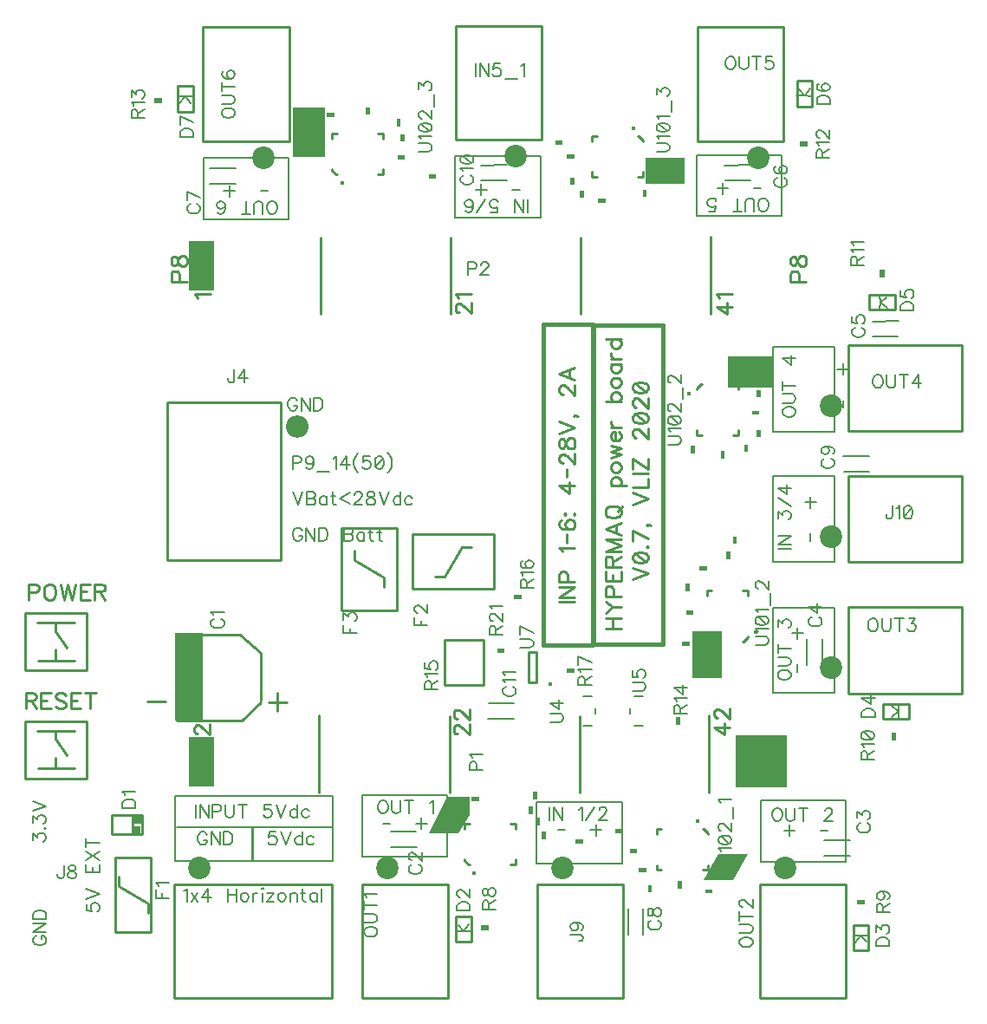
<source format=gto>
G04 DipTrace 3.3.1.3*
G04 Powerboardv0.7.gto*
%MOMM*%
G04 #@! TF.FileFunction,Legend,Top*
G04 #@! TF.Part,Single*
%ADD10C,0.25*%
%ADD18C,0.381*%
%ADD22C,0.254*%
%ADD27C,0.2032*%
%ADD28C,0.1778*%
%ADD29C,0.03333*%
%ADD33C,0.1524*%
%ADD41C,2.19403*%
%ADD45O,2.19348X2.19399*%
%ADD46O,2.19399X2.19348*%
%ADD47C,2.19399*%
%ADD60O,0.39103X0.39118*%
%ADD62O,0.39905X0.39945*%
%ADD66O,0.39945X0.39905*%
%ADD130C,0.19608*%
%ADD131C,0.23529*%
%FSLAX35Y35*%
G04*
G71*
G90*
G75*
G01*
G04 TopSilk*
%LPD*%
G36*
X502320Y400849D2*
X234157D1*
Y1251963D1*
X502320D1*
Y400849D1*
G37*
X250492Y399997D2*
D10*
X869853D1*
X250492Y1240036D2*
X869853D1*
X1069954Y589985D2*
Y1050047D1*
Y578058D2*
X878020Y402553D1*
X1068593Y1059419D2*
X867131Y1238332D1*
X1227857Y490305D2*
Y667514D1*
X1319060Y577206D2*
X1142100D1*
X134787Y587429D2*
X-42173D1*
X2589965Y-836811D2*
D33*
X2334767Y-837188D1*
X2587564Y-688182D2*
X2339285Y-688107D1*
X6572785Y-769439D2*
X6827983Y-769062D1*
X6575186Y-918068D2*
X6823465Y-918143D1*
X6551811Y1192965D2*
X6552188Y937767D1*
X6403182Y1190564D2*
X6403107Y942285D1*
X7044061Y4297561D2*
X7299260Y4297938D1*
X7046463Y4148932D2*
X7294741Y4148857D1*
X5601535Y5821561D2*
X5856733Y5821938D1*
X5603936Y5672932D2*
X5852215Y5672857D1*
X822089Y5640189D2*
X566890Y5639812D1*
X819687Y5788818D2*
X571409Y5788893D1*
X4805561Y-1439908D2*
X4805938Y-1695106D1*
X4656932Y-1442309D2*
X4656857Y-1690588D1*
X6760408Y2979938D2*
X7015606Y2980315D1*
X6762809Y2831309D2*
X7011088Y2831233D1*
X3220285Y5821561D2*
X3475483Y5821938D1*
X3222686Y5672932D2*
X3470965Y5672857D1*
X3542465Y417316D2*
X3287267Y416939D1*
X3540064Y565945D2*
X3291785Y566020D1*
X-95266Y-714123D2*
D10*
X-385234D1*
Y-524123D1*
X-95266D1*
Y-714123D1*
G36*
X-105514Y-710152D2*
X-192832D1*
Y-631568D1*
X-105514D1*
Y-710152D1*
G37*
G36*
X-102658Y-607951D2*
X-189976D1*
Y-529367D1*
X-102658D1*
Y-607951D1*
G37*
X-184432Y-709316D2*
D10*
X-185482Y-539095D1*
X3122790Y-1763482D2*
X2976021D1*
Y-1513845D1*
X3122790D1*
Y-1763482D1*
X2974703Y-1661006D2*
D27*
X3050005Y-1660906D1*
X3114171Y-1661430D2*
X3050005Y-1660906D1*
X2997435Y-1598147D1*
X3052538Y-1659358D2*
X3104368Y-1592805D1*
X6857210Y-1596518D2*
D10*
X7003979D1*
Y-1846155D1*
X6857210D1*
Y-1596518D1*
X7005297Y-1698994D2*
D27*
X6929995Y-1699094D1*
X6865829Y-1698570D2*
X6929995Y-1699094D1*
X6982565Y-1761853D1*
X6927462Y-1700642D2*
X6875632Y-1767195D1*
X7399232Y560540D2*
D10*
X7149595D1*
Y413771D1*
X7399232D1*
Y560540D1*
X7296756Y412453D2*
D27*
X7296656Y487755D1*
X7297180Y551921D2*
X7296656Y487755D1*
X7233897Y435185D1*
X7295108Y490288D2*
X7228555Y542118D1*
X7015268Y4408337D2*
D10*
X7264905D1*
Y4555105D1*
X7015268D1*
Y4408337D1*
X7117744Y4556423D2*
D27*
X7117844Y4481121D1*
X7117320Y4416955D2*
X7117844Y4481121D1*
X7180603Y4533692D1*
X7119392Y4478589D2*
X7185945Y4426759D1*
X6452790Y6396518D2*
D10*
X6306021D1*
Y6646155D1*
X6452790D1*
Y6396518D1*
X6304703Y6498994D2*
D27*
X6380005Y6499094D1*
X6444171Y6498570D2*
X6380005Y6499094D1*
X6327435Y6561853D1*
X6382538Y6500642D2*
X6434368Y6567195D1*
X257210Y6593482D2*
D10*
X403979D1*
Y6343845D1*
X257210D1*
Y6593482D1*
X405297Y6491006D2*
D27*
X329995Y6490906D1*
X265829Y6491430D2*
X329995Y6490906D1*
X382565Y6428147D1*
X327462Y6489358D2*
X275632Y6422805D1*
X-353507Y-1663753D2*
D10*
X-6707D1*
Y-935187D1*
X-353507D1*
Y-1663753D1*
X-35144Y-1482340D2*
X-33757Y-1388355D1*
Y-1383984D2*
X-320214Y-1217871D1*
X-320907Y-1218599D2*
Y-1123885D1*
X2549473Y1682627D2*
X3349273D1*
Y2222627D1*
X2549473D1*
Y1682627D1*
X2767053Y1807367D2*
X2860793Y1806287D1*
X2865093D2*
X3031073Y2092487D1*
Y2093567D2*
X3125673D1*
X1857250Y2276527D2*
X2397250D1*
Y1476727D1*
X1857250D1*
Y2276527D1*
X1981990Y2058947D2*
X1980910Y1965207D1*
Y1960907D2*
X2267110Y1794927D1*
X2268190D2*
Y1700327D1*
X2970030Y7183752D2*
X3809983D1*
Y6073722D1*
X2970030D1*
Y7183752D1*
D41*
X3561257Y5906608D3*
X1765048Y-2313998D2*
D10*
X225017D1*
Y-1203969D1*
X1765048D1*
Y-2313998D1*
D45*
X468668Y-1036854D3*
X149998Y1969078D2*
D10*
X1260028D1*
Y3509110D1*
X149998D1*
Y1969078D1*
D46*
X1427142Y3265459D3*
X4604970Y-2313998D2*
D10*
X3765017D1*
Y-1203969D1*
X4604970D1*
Y-2313998D1*
D41*
X4013743Y-1036854D3*
X7919378Y2784970D2*
D10*
X6809349D1*
Y1945017D1*
X7919378D1*
Y2784970D1*
D47*
X6642234Y2193743D3*
X2894970Y-2313998D2*
D10*
X2055017D1*
Y-1203969D1*
X2894970D1*
Y-2313998D1*
D41*
X2303743Y-1036854D3*
X6784970Y-2313998D2*
D10*
X5945017D1*
Y-1203969D1*
X6784970D1*
Y-2313998D1*
D41*
X6193743Y-1036854D3*
X7919378Y1504970D2*
D10*
X6809349D1*
Y665017D1*
X7919378D1*
Y1504970D1*
D47*
X6642234Y913743D3*
X7919378Y4064970D2*
D10*
X6809349D1*
Y3225017D1*
X7919378D1*
Y4064970D1*
D47*
X6642234Y3473743D3*
X5335030Y7167875D2*
D10*
X6174983D1*
Y6057846D1*
X5335030D1*
Y7167875D1*
D41*
X5926257Y5890731D3*
X505030Y7167875D2*
D10*
X1344983D1*
Y6057846D1*
X505030D1*
Y7167875D1*
D41*
X1096257Y5890731D3*
X1638332Y445857D2*
D10*
Y-301097D1*
X2912883Y439567D2*
Y-301097D1*
X4181588Y439567D2*
Y-301097D1*
X5444446Y448215D2*
Y-301097D1*
G36*
X5707542Y250863D2*
X6210347D1*
Y-257066D1*
X5707542D1*
Y250863D1*
G37*
G36*
X363780Y235137D2*
X609336D1*
Y-246844D1*
X363780D1*
Y235137D1*
G37*
X1652758Y5117774D2*
D10*
Y4370123D1*
X2923821Y5110822D2*
Y4370123D1*
X4194885Y5110822D2*
Y4370123D1*
X5459625Y5120091D2*
Y4370123D1*
G36*
X362723Y5076838D2*
X609347D1*
Y4594881D1*
X362723D1*
Y5076838D1*
G37*
G36*
X3216274Y-1602013D2*
X3292473D1*
Y-1647722D1*
X3216274D1*
Y-1602013D1*
G37*
G36*
X6891897Y-1352140D2*
X6968096D1*
Y-1397849D1*
X6891897D1*
Y-1352140D1*
G37*
G36*
X7232013Y205647D2*
X7277722D1*
Y281846D1*
X7232013D1*
Y205647D1*
G37*
G36*
X7160983Y4800603D2*
X7115275D1*
Y4724404D1*
X7160983D1*
Y4800603D1*
G37*
G36*
X6413103Y6007140D2*
X6336904D1*
Y6052849D1*
X6413103D1*
Y6007140D1*
G37*
G36*
X101603Y6428017D2*
X25404D1*
Y6473725D1*
X101603D1*
Y6428017D1*
G37*
G36*
X5163480Y358975D2*
X5123168D1*
Y430940D1*
X5163480D1*
Y358975D1*
G37*
X3247780Y1183600D2*
D10*
X2865783D1*
Y741700D1*
X3247780D1*
Y1183600D1*
G36*
X3620226Y1580517D2*
X3544027D1*
Y1626225D1*
X3620226D1*
Y1580517D1*
G37*
G36*
X4057647Y906237D2*
X4133846D1*
Y860528D1*
X4057647D1*
Y906237D1*
G37*
G36*
X3449525Y1097980D2*
X3377560D1*
Y1057668D1*
X3449525D1*
Y1097980D1*
G37*
X-635620Y392920D2*
D10*
X-1238007D1*
Y-167120D1*
X-635620D1*
Y392920D1*
X-755736Y299860D2*
X-1114819D1*
X-754049Y-69020D2*
X-1109457D1*
X-936813Y296500D2*
Y223720D1*
X-941873Y34240D2*
Y-62240D1*
X-940187Y218680D2*
X-830191Y56200D1*
X-633057Y1447920D2*
X-1235443D1*
Y887880D1*
X-633057D1*
Y1447920D1*
X-753173Y1354860D2*
X-1112255D1*
X-751486Y985980D2*
X-1106894D1*
X-934250Y1351500D2*
Y1278720D1*
X-939310Y1089240D2*
Y992760D1*
X-937623Y1273680D2*
X-827628Y1111200D1*
X4300452Y350137D2*
D27*
X4214568D1*
Y634617D2*
X4300452D1*
X4338530Y519203D2*
Y465550D1*
X4716548Y634617D2*
X4802432D1*
Y350137D2*
X4716548D1*
X4678470Y465550D2*
Y519203D1*
D60*
X3899852Y757139D3*
X3762525Y770506D2*
D10*
Y1070500D1*
X3682539Y770506D2*
Y1070500D1*
X3762525D2*
X3682539D1*
X3762525Y770506D2*
X3682539D1*
G36*
X4143598Y-804980D2*
X4215564D1*
Y-764668D1*
X4143598D1*
Y-804980D1*
G37*
G36*
X4533598Y-703230D2*
X4605564D1*
Y-662918D1*
X4533598D1*
Y-703230D1*
G37*
G36*
X2854893Y-566845D2*
X2895206D1*
Y-638810D1*
X2854893D1*
Y-566845D1*
G37*
G36*
X5671480Y-1003278D2*
X5631168D1*
Y-931313D1*
X5671480D1*
Y-1003278D1*
G37*
G36*
X3764980Y-369775D2*
X3724668D1*
Y-297810D1*
X3764980D1*
Y-369775D1*
G37*
G36*
X3810020Y-688598D2*
X3850332D1*
Y-760564D1*
X3810020D1*
Y-688598D1*
G37*
G36*
X3755020Y-553598D2*
X3795332D1*
Y-625564D1*
X3755020D1*
Y-553598D1*
G37*
G36*
X2948643Y-441348D2*
X2988956D1*
Y-513314D1*
X2948643D1*
Y-441348D1*
G37*
G36*
X3201402Y-350020D2*
X3129436D1*
Y-390332D1*
X3201402D1*
Y-350020D1*
G37*
G36*
X3685020Y-443598D2*
X3725332D1*
Y-515564D1*
X3685020D1*
Y-443598D1*
G37*
G36*
X5179980Y-1241402D2*
X5139668D1*
Y-1169436D1*
X5179980D1*
Y-1241402D1*
G37*
G36*
X4673598Y-894980D2*
X4745564D1*
Y-854668D1*
X4673598D1*
Y-894980D1*
G37*
G36*
X4763598Y-1084980D2*
X4835564D1*
Y-1044668D1*
X4763598D1*
Y-1084980D1*
G37*
G36*
X5604980Y-1126402D2*
X5564668D1*
Y-1054436D1*
X5604980D1*
Y-1126402D1*
G37*
G36*
X5408722Y-1288480D2*
X5480687D1*
Y-1248168D1*
X5408722D1*
Y-1288480D1*
G37*
G36*
X4889980Y-1281402D2*
X4849668D1*
Y-1209436D1*
X4889980D1*
Y-1281402D1*
G37*
X3560010Y-1009068D2*
D10*
X3509985D1*
X3560010D2*
Y-959083D1*
Y-609082D2*
X3509985D1*
X3560010D2*
Y-659067D1*
X3059990Y-609082D2*
X3110015D1*
X3059990D2*
Y-659067D1*
X3100010Y-1009068D2*
X3110015D1*
X3059990Y-969069D2*
Y-959083D1*
D62*
X3154980Y-1088474D3*
X3100010Y-1009068D2*
D10*
X3059990Y-969069D1*
X4933990Y-661736D2*
X4984015D1*
X4933990D2*
Y-711720D1*
Y-1061721D2*
X4984015D1*
X4933990D2*
Y-1011736D1*
X5434010Y-1061721D2*
X5383985D1*
X5434010D2*
Y-1011736D1*
X5393990Y-661736D2*
X5383985D1*
X5434010Y-701734D2*
Y-711720D1*
D62*
X5339020Y-582329D3*
X5393990Y-661736D2*
D10*
X5434010Y-701734D1*
G36*
X5718810Y2122215D2*
X5678498D1*
Y2194180D1*
X5718810D1*
Y2122215D1*
G37*
G36*
X5311684Y3008865D2*
X5271371D1*
Y3080830D1*
X5311684D1*
Y3008865D1*
G37*
G36*
X5426098Y964270D2*
X5498064D1*
Y1004582D1*
X5426098D1*
Y964270D1*
G37*
G36*
X5908104Y3805348D2*
X5867791D1*
Y3877314D1*
X5908104D1*
Y3805348D1*
G37*
G36*
X5223598Y1435020D2*
X5295564D1*
Y1475332D1*
X5223598D1*
Y1435020D1*
G37*
G36*
X5615020Y2046402D2*
X5655332D1*
Y1974436D1*
X5615020D1*
Y2046402D1*
G37*
G36*
X5353598Y1865020D2*
X5425564D1*
Y1905332D1*
X5353598D1*
Y1865020D1*
G37*
G36*
X5303598Y1085020D2*
X5375564D1*
Y1125332D1*
X5303598D1*
Y1085020D1*
G37*
G36*
X5183598Y1125020D2*
X5255564D1*
Y1165332D1*
X5183598D1*
Y1125020D1*
G37*
G36*
X5215020Y1736402D2*
X5255332D1*
Y1664436D1*
X5215020D1*
Y1736402D1*
G37*
G36*
X5937145Y3423704D2*
X5865180D1*
Y3383391D1*
X5937145D1*
Y3423704D1*
G37*
G36*
X5602234Y2958012D2*
X5561921D1*
Y3029977D1*
X5602234D1*
Y2958012D1*
G37*
G36*
X5830667Y3021765D2*
X5790354D1*
Y3093730D1*
X5830667D1*
Y3021765D1*
G37*
G36*
X5841344Y3693132D2*
X5801031D1*
Y3765097D1*
X5841344D1*
Y3693132D1*
G37*
G36*
X5951080Y3554412D2*
X5910768D1*
Y3626377D1*
X5951080D1*
Y3554412D1*
G37*
G36*
X5955587Y3164035D2*
X5915274D1*
Y3236000D1*
X5955587D1*
Y3164035D1*
G37*
X5825014Y1670010D2*
D10*
Y1619985D1*
Y1670010D2*
X5775030D1*
X5425029D2*
Y1619985D1*
Y1670010D2*
X5475014D1*
X5425029Y1169990D2*
Y1220015D1*
Y1169990D2*
X5475014D1*
X5825014Y1210010D2*
Y1220015D1*
X5785016Y1169990D2*
X5775030D1*
D66*
X5904421Y1264980D3*
X5825014Y1210010D2*
D10*
X5785016Y1169990D1*
X5329986Y3184990D2*
Y3235015D1*
Y3184990D2*
X5379970D1*
X5729971D2*
Y3235015D1*
Y3184990D2*
X5679986D1*
X5729971Y3685010D2*
Y3634985D1*
Y3685010D2*
X5679986D1*
X5329986Y3644990D2*
Y3634985D1*
X5369984Y3685010D2*
X5379970D1*
D66*
X5250579Y3590020D3*
X5329986Y3644990D2*
D10*
X5369984Y3685010D1*
G36*
X2782778Y5733480D2*
X2710813D1*
Y5693168D1*
X2782778D1*
Y5733480D1*
G37*
G36*
X4016402Y6064980D2*
X3944436D1*
Y6024668D1*
X4016402D1*
Y6064980D1*
G37*
G36*
X5050854Y5789722D2*
X5010541D1*
Y5861687D1*
X5050854D1*
Y5789722D1*
G37*
G36*
X1512778Y6130357D2*
X1440813D1*
Y6090044D1*
X1512778D1*
Y6130357D1*
G37*
G36*
X4363598Y5455020D2*
X4435564D1*
Y5495332D1*
X4363598D1*
Y5455020D1*
G37*
G36*
X4059348Y5887020D2*
X4131314D1*
Y5927332D1*
X4059348D1*
Y5887020D1*
G37*
G36*
X4129980Y5628598D2*
X4089668D1*
Y5700564D1*
X4129980D1*
Y5628598D1*
G37*
G36*
X4984980Y5663598D2*
X4944668D1*
Y5735564D1*
X4984980D1*
Y5663598D1*
G37*
G36*
X4839980Y5508598D2*
X4799668D1*
Y5580564D1*
X4839980D1*
Y5508598D1*
G37*
G36*
X4224980Y5503598D2*
X4184668D1*
Y5575564D1*
X4224980D1*
Y5503598D1*
G37*
G36*
X2092893Y6386402D2*
X2133206D1*
Y6314436D1*
X2092893D1*
Y6386402D1*
G37*
G36*
X2476402Y5914980D2*
X2404436D1*
Y5874668D1*
X2476402D1*
Y5914980D1*
G37*
G36*
X2435020Y6126402D2*
X2475332D1*
Y6054436D1*
X2435020D1*
Y6126402D1*
G37*
G36*
X1651402Y6189980D2*
X1579436D1*
Y6149668D1*
X1651402D1*
Y6189980D1*
G37*
G36*
X1786402Y6334980D2*
X1714436D1*
Y6294668D1*
X1786402D1*
Y6334980D1*
G37*
G36*
X2434480Y6202472D2*
X2394168D1*
Y6274437D1*
X2434480D1*
Y6202472D1*
G37*
X4299990Y6105014D2*
D10*
X4350015D1*
X4299990D2*
Y6055030D1*
Y5705029D2*
X4350015D1*
X4299990D2*
Y5755014D1*
X4800010Y5705029D2*
X4749985D1*
X4800010D2*
Y5755014D1*
X4759990Y6105014D2*
X4749985D1*
X4800010Y6065016D2*
Y6055030D1*
D62*
X4705020Y6184421D3*
X4759990Y6105014D2*
D10*
X4800010Y6065016D1*
X2265010Y5729986D2*
X2214985D1*
X2265010D2*
Y5779970D1*
Y6129971D2*
X2214985D1*
X2265010D2*
Y6079986D1*
X1764990Y6129971D2*
X1815015D1*
X1764990D2*
Y6079986D1*
X1805010Y5729986D2*
X1815015D1*
X1764990Y5769984D2*
Y5779970D1*
D62*
X1859980Y5650579D3*
X1805010Y5729986D2*
D10*
X1764990Y5769984D1*
X987750Y-643250D2*
D22*
Y-960750D1*
X3825877Y4270377D2*
D18*
X4313750D1*
Y1136997D1*
X3825877D1*
Y4270377D1*
X233000Y-334000D2*
D28*
X1773000D1*
Y-969000D1*
X233000D1*
Y-334000D1*
X243000Y-639000D2*
X1773000D1*
X6647373Y3443000D2*
D29*
X6657377D1*
X6647373D1*
X6667377D1*
X6647373D1*
X6075873Y4051250D2*
D28*
X6674873D1*
Y3218250D1*
X6075873D1*
Y4051250D1*
X4322283Y4256560D2*
D18*
X4996997D1*
Y1140067D1*
X4322283D1*
Y4256560D1*
X6071250Y1503000D2*
D28*
X6670250D1*
Y670000D1*
X6071250D1*
Y1503000D1*
X2057000Y-332873D2*
X2890000D1*
Y-931873D1*
X2057000D1*
Y-332873D1*
X5950000Y-380000D2*
X6783000D1*
Y-979000D1*
X5950000D1*
Y-380000D1*
X5328000Y5921127D2*
X6161000D1*
Y5322127D1*
X5328000D1*
Y5921127D1*
X508000Y5895250D2*
X1341000D1*
Y5296250D1*
X508000D1*
Y5895250D1*
X6075873Y2783000D2*
X6674873D1*
Y1950000D1*
X6075873D1*
Y2783000D1*
X2968000Y5909873D2*
X3801000D1*
Y5310873D1*
X2968000D1*
Y5909873D1*
X3763000Y-397500D2*
X4596000D1*
Y-996500D1*
X3763000D1*
Y-397500D1*
G36*
X1381123Y6381750D2*
X1698623D1*
Y5905500D1*
X1381123D1*
Y6381750D1*
G37*
G36*
X4826000Y5889627D2*
X5207000D1*
Y5635627D1*
X4826000D1*
Y5889627D1*
G37*
G36*
X5635623Y3952877D2*
X6080123D1*
Y3651250D1*
X5635623D1*
Y3952877D1*
G37*
G36*
X5286373Y1270003D2*
X5572123D1*
Y809627D1*
X5286373D1*
Y1270003D1*
G37*
G36*
X5540373Y-904873D2*
X5826123D1*
X5683250Y-1158873D1*
X5397500D1*
X5540373Y-904873D1*
G37*
G36*
X2746373Y-698500D2*
X3000373D1*
X3111500Y-523873D1*
Y-349250D1*
X2889250D1*
X2857500Y-412750D1*
X2714623Y-698500D1*
X2746373D1*
G37*
X611537Y1391572D2*
D130*
X599464Y1385536D1*
X587250Y1373322D1*
X581213Y1361249D1*
Y1336963D1*
X587250Y1324749D1*
X599463Y1312676D1*
X611536Y1306499D1*
X629786Y1300463D1*
X660250D1*
X678360Y1306499D1*
X690573Y1312676D1*
X702646Y1324749D1*
X708823Y1336962D1*
Y1361249D1*
X702646Y1373322D1*
X690573Y1385535D1*
X678360Y1391572D1*
X605640Y1430788D2*
X599464Y1443001D1*
X581354Y1461251D1*
X708823D1*
X2543482Y-1009436D2*
X2531409Y-1015473D1*
X2519195Y-1027686D1*
X2513158Y-1039759D1*
Y-1064046D1*
X2519195Y-1076259D1*
X2531408Y-1088332D1*
X2543481Y-1094509D1*
X2561731Y-1100546D1*
X2592195D1*
X2610305Y-1094509D1*
X2622518Y-1088332D1*
X2634591Y-1076259D1*
X2640768Y-1064046D1*
Y-1039759D1*
X2634591Y-1027686D1*
X2622518Y-1015473D1*
X2610305Y-1009436D1*
X2543622Y-964043D2*
X2537585D1*
X2525372Y-958007D1*
X2519335Y-951970D1*
X2513299Y-939757D1*
Y-915470D1*
X2519335Y-903397D1*
X2525372Y-897361D1*
X2537585Y-891184D1*
X2549659D1*
X2561872Y-897361D1*
X2579982Y-909434D1*
X2640768Y-970221D1*
Y-885147D1*
X6925582Y-604473D2*
X6913509Y-610509D1*
X6901295Y-622723D1*
X6895258Y-634796D1*
Y-659082D1*
X6901295Y-671296D1*
X6913508Y-683369D1*
X6925581Y-689546D1*
X6943831Y-695582D1*
X6974295D1*
X6992405Y-689546D1*
X7004618Y-683369D1*
X7016691Y-671296D1*
X7022868Y-659082D1*
Y-634796D1*
X7016691Y-622723D1*
X7004618Y-610509D1*
X6992405Y-604473D1*
X6895399Y-553044D2*
Y-486361D1*
X6943972Y-522721D1*
Y-504471D1*
X6950009Y-492398D1*
X6956045Y-486361D1*
X6974295Y-480184D1*
X6986368D1*
X7004618Y-486361D1*
X7016832Y-498434D1*
X7022868Y-516684D1*
Y-534934D1*
X7016832Y-553044D1*
X7010655Y-559080D1*
X6998582Y-565257D1*
X6451838Y1409542D2*
X6439765Y1403506D1*
X6427552Y1391292D1*
X6421515Y1379219D1*
Y1354933D1*
X6427552Y1342719D1*
X6439765Y1330646D1*
X6451838Y1324469D1*
X6470088Y1318433D1*
X6500552D1*
X6518661Y1324469D1*
X6530875Y1330646D1*
X6542948Y1342719D1*
X6549125Y1354933D1*
Y1379219D1*
X6542948Y1391292D1*
X6530875Y1403506D1*
X6518661Y1409542D1*
X6549125Y1509544D2*
X6421656Y1509545D1*
X6506588Y1448758D1*
Y1539868D1*
X6872985Y4235184D2*
X6860912Y4229147D1*
X6848698Y4216934D1*
X6842662Y4204861D1*
Y4180574D1*
X6848698Y4168361D1*
X6860912Y4156288D1*
X6872985Y4150111D1*
X6891235Y4144074D1*
X6921698D1*
X6939808Y4150111D1*
X6952021Y4156288D1*
X6964095Y4168361D1*
X6970271Y4180574D1*
Y4204861D1*
X6964095Y4216934D1*
X6952021Y4229147D1*
X6939808Y4235184D1*
X6842802Y4347259D2*
Y4286613D1*
X6897412Y4280577D1*
X6891375Y4286613D1*
X6885198Y4304863D1*
Y4322973D1*
X6891375Y4341223D1*
X6903448Y4353436D1*
X6921698Y4359473D1*
X6933771D1*
X6952021Y4353436D1*
X6964235Y4341223D1*
X6970271Y4322973D1*
Y4304863D1*
X6964235Y4286613D1*
X6958058Y4280576D1*
X6945985Y4274400D1*
X6113082Y5698772D2*
X6101009Y5692736D1*
X6088795Y5680523D1*
X6082758Y5668449D1*
Y5644163D1*
X6088795Y5631949D1*
X6101008Y5619876D1*
X6113081Y5613699D1*
X6131331Y5607663D1*
X6161795D1*
X6179905Y5613699D1*
X6192118Y5619876D1*
X6204191Y5631949D1*
X6210368Y5644163D1*
Y5668449D1*
X6204191Y5680522D1*
X6192118Y5692736D1*
X6179905Y5698772D1*
X6101009Y5810848D2*
X6088935Y5804811D1*
X6082899Y5786561D1*
Y5774488D1*
X6088935Y5756238D1*
X6107185Y5744025D1*
X6137509Y5737988D1*
X6167832D1*
X6192118Y5744025D1*
X6204332Y5756238D1*
X6210368Y5774488D1*
Y5780524D1*
X6204332Y5798634D1*
X6192118Y5810848D1*
X6173868Y5816884D1*
X6167832D1*
X6149582Y5810848D1*
X6137509Y5798634D1*
X6131472Y5780525D1*
Y5774488D1*
X6137509Y5756238D1*
X6149582Y5744025D1*
X6167832Y5737988D1*
X378732Y5440907D2*
X366659Y5434871D1*
X354445Y5422657D1*
X348408Y5410584D1*
Y5386298D1*
X354445Y5374084D1*
X366658Y5362011D1*
X378731Y5355834D1*
X396981Y5349798D1*
X427445D1*
X445555Y5355834D1*
X457768Y5362011D1*
X469841Y5374084D1*
X476018Y5386298D1*
Y5410584D1*
X469841Y5422657D1*
X457768Y5434871D1*
X445555Y5440907D1*
X476018Y5504409D2*
X348549Y5565196D1*
Y5480123D1*
X4880212Y-1553619D2*
X4868139Y-1559656D1*
X4855925Y-1571869D1*
X4849888Y-1583942D1*
Y-1608229D1*
X4855925Y-1620442D1*
X4868138Y-1632515D1*
X4880211Y-1638692D1*
X4898461Y-1644729D1*
X4928925D1*
X4947035Y-1638692D1*
X4959248Y-1632515D1*
X4971321Y-1620442D1*
X4977498Y-1608229D1*
Y-1583942D1*
X4971321Y-1571869D1*
X4959248Y-1559656D1*
X4947035Y-1553619D1*
X4850029Y-1484080D2*
X4856065Y-1502190D1*
X4868139Y-1508367D1*
X4880352D1*
X4892425Y-1502190D1*
X4898602Y-1490117D1*
X4904639Y-1465831D1*
X4910675Y-1447581D1*
X4922889Y-1435507D1*
X4934962Y-1429471D1*
X4953212D1*
X4965285Y-1435508D1*
X4971462Y-1441544D1*
X4977498Y-1459794D1*
Y-1484081D1*
X4971462Y-1502190D1*
X4965285Y-1508367D1*
X4953212Y-1514404D1*
X4934962D1*
X4922889Y-1508367D1*
X4910675Y-1496154D1*
X4904639Y-1478044D1*
X4898602Y-1453757D1*
X4892425Y-1441544D1*
X4880352Y-1435507D1*
X4868139D1*
X4856065Y-1441544D1*
X4850029Y-1459794D1*
Y-1484080D1*
X6573455Y2957426D2*
X6561382Y2951389D1*
X6549168Y2939176D1*
X6543132Y2927103D1*
Y2902816D1*
X6549168Y2890603D1*
X6561382Y2878530D1*
X6573455Y2872353D1*
X6591705Y2866316D1*
X6622168D1*
X6640278Y2872353D1*
X6652491Y2878530D1*
X6664565Y2890603D1*
X6670741Y2902816D1*
Y2927102D1*
X6664565Y2939175D1*
X6652491Y2951389D1*
X6640278Y2957426D1*
X6585668Y3075678D2*
X6603918Y3069501D1*
X6616132Y3057428D1*
X6622168Y3039178D1*
Y3033141D1*
X6616132Y3014891D1*
X6603918Y3002818D1*
X6585668Y2996641D1*
X6579632D1*
X6561382Y3002818D1*
X6549309Y3014891D1*
X6543272Y3033141D1*
Y3039178D1*
X6549309Y3057428D1*
X6561382Y3069501D1*
X6585668Y3075678D1*
X6616132D1*
X6646455Y3069501D1*
X6664705Y3057428D1*
X6670741Y3039178D1*
Y3027105D1*
X6664705Y3008855D1*
X6652491Y3002818D1*
X3049208Y5724344D2*
X3037135Y5718308D1*
X3024922Y5706094D1*
X3018885Y5694021D1*
Y5669735D1*
X3024922Y5657521D1*
X3037135Y5645448D1*
X3049208Y5639271D1*
X3067458Y5633235D1*
X3097922D1*
X3116031Y5639271D1*
X3128245Y5645448D1*
X3140318Y5657521D1*
X3146495Y5669735D1*
Y5694021D1*
X3140318Y5706094D1*
X3128245Y5718308D1*
X3116031Y5724344D1*
X3043312Y5763560D2*
X3037135Y5775774D1*
X3019026Y5794024D1*
X3146495Y5794023D1*
X3019026Y5869739D2*
X3025062Y5851489D1*
X3043312Y5839276D1*
X3073635Y5833239D1*
X3091885D1*
X3122208Y5839276D1*
X3140458Y5851489D1*
X3146495Y5869739D1*
Y5881812D1*
X3140458Y5900062D1*
X3122208Y5912135D1*
X3091885Y5918312D1*
X3073635D1*
X3043312Y5912135D1*
X3025062Y5900062D1*
X3019026Y5881812D1*
Y5869739D1*
X3043312Y5912135D2*
X3122208Y5839276D1*
X3462758Y730103D2*
X3450685Y724066D1*
X3438472Y711853D1*
X3432435Y699780D1*
Y675493D1*
X3438472Y663280D1*
X3450685Y651207D1*
X3462758Y645030D1*
X3481008Y638993D1*
X3511472D1*
X3529581Y645030D1*
X3541795Y651206D1*
X3553868Y663280D1*
X3560045Y675493D1*
Y699779D1*
X3553868Y711852D1*
X3541795Y724066D1*
X3529581Y730102D1*
X3456862Y769318D2*
X3450685Y781532D1*
X3432576Y799782D1*
X3560045D1*
X3456862Y838997D2*
X3450685Y851211D1*
X3432576Y869461D1*
X3560045D1*
X-282987Y-452749D2*
X-155377D1*
Y-410213D1*
X-161554Y-391963D1*
X-173627Y-379749D1*
X-185840Y-373713D1*
X-203950Y-367676D1*
X-234413D1*
X-252663Y-373713D1*
X-264736Y-379749D1*
X-276950Y-391963D1*
X-282987Y-410213D1*
Y-452749D1*
X-258560Y-328460D2*
X-264736Y-316247D1*
X-282846Y-297997D1*
X-155377D1*
X2985090Y-1456594D2*
X3112700D1*
Y-1414058D1*
X3106523Y-1395808D1*
X3094450Y-1383594D1*
X3082236Y-1377558D1*
X3064127Y-1371521D1*
X3033663D1*
X3015413Y-1377557D1*
X3003340Y-1383594D1*
X2991127Y-1395807D1*
X2985090Y-1414057D1*
Y-1456594D1*
X3015554Y-1326128D2*
X3009517D1*
X2997304Y-1320092D1*
X2991267Y-1314055D1*
X2985231Y-1301842D1*
Y-1277555D1*
X2991267Y-1265482D1*
X2997304Y-1259446D1*
X3009517Y-1253269D1*
X3021590D1*
X3033804Y-1259446D1*
X3051913Y-1271519D1*
X3112700Y-1332305D1*
Y-1247232D1*
X7081917Y-1806101D2*
X7209526D1*
X7209527Y-1763564D1*
X7203350Y-1745314D1*
X7191277Y-1733101D1*
X7179063Y-1727064D1*
X7160953Y-1721028D1*
X7130490D1*
X7112240Y-1727064D1*
X7100167Y-1733101D1*
X7087953Y-1745314D1*
X7081917Y-1763564D1*
Y-1806101D1*
X7082057Y-1669598D2*
Y-1602916D1*
X7130630Y-1639275D1*
Y-1621026D1*
X7136667Y-1608952D1*
X7142703Y-1602916D1*
X7160953Y-1596739D1*
X7173026D1*
X7191276Y-1602916D1*
X7203490Y-1614989D1*
X7209526Y-1633239D1*
Y-1651489D1*
X7203490Y-1669599D1*
X7197313Y-1675635D1*
X7185240Y-1681812D1*
X6939678Y431091D2*
X7067288D1*
Y473628D1*
X7061111Y491877D1*
X7049038Y504091D1*
X7036825Y510128D1*
X7018715Y516164D1*
X6988252D1*
X6970002Y510128D1*
X6957929Y504091D1*
X6945715Y491878D1*
X6939678Y473628D1*
Y431091D1*
X7067288Y616166D2*
X6939819D1*
X7024752Y555380D1*
Y646489D1*
X7320348Y4399239D2*
X7447958D1*
Y4441776D1*
X7441781Y4460026D1*
X7429708Y4472239D1*
X7417495Y4478276D1*
X7399385Y4484312D1*
X7368922D1*
X7350672Y4478276D1*
X7338599Y4472239D1*
X7326385Y4460026D1*
X7320348Y4441776D1*
Y4399239D1*
X7320489Y4596388D2*
Y4535742D1*
X7375099Y4529705D1*
X7369062Y4535741D1*
X7362885Y4553991D1*
Y4572101D1*
X7369062Y4590351D1*
X7381135Y4602564D1*
X7399385Y4608601D1*
X7411458D1*
X7429708Y4602564D1*
X7441922Y4590351D1*
X7447958Y4572101D1*
Y4553991D1*
X7441922Y4535741D1*
X7435745Y4529705D1*
X7423672Y4523528D1*
X6499717Y6419745D2*
X6627326D1*
X6627327Y6462281D1*
X6621150Y6480531D1*
X6609077Y6492744D1*
X6596863Y6498781D1*
X6578753Y6504817D1*
X6548290Y6504818D1*
X6530040Y6498781D1*
X6517967Y6492744D1*
X6505753Y6480531D1*
X6499717Y6462281D1*
Y6419745D1*
X6517967Y6616893D2*
X6505894Y6610856D1*
X6499857Y6592606D1*
Y6580533D1*
X6505894Y6562283D1*
X6524144Y6550070D1*
X6554467Y6544033D1*
X6584790D1*
X6609076Y6550070D1*
X6621290Y6562283D1*
X6627326Y6580533D1*
Y6586570D1*
X6621290Y6604679D1*
X6609076Y6616893D1*
X6590826Y6622929D1*
X6584790D1*
X6566540Y6616893D1*
X6554467Y6604679D1*
X6548430Y6586570D1*
Y6580533D1*
X6554467Y6562283D1*
X6566540Y6550070D1*
X6584790Y6544033D1*
X277600Y6094106D2*
X405210D1*
Y6136642D1*
X399033Y6154892D1*
X386960Y6167106D1*
X374746Y6173142D1*
X356637Y6179179D1*
X326173D1*
X307923Y6173143D1*
X295850Y6167106D1*
X283637Y6154893D1*
X277600Y6136643D1*
Y6094106D1*
X405210Y6242681D2*
X277741Y6303468D1*
Y6218395D1*
X45507Y-1254791D2*
Y-1333828D1*
X173116D1*
X106293D2*
Y-1285254D1*
X69934Y-1215575D2*
X63757Y-1203362D1*
X45647Y-1185112D1*
X173116D1*
X2570290Y1405291D2*
Y1326254D1*
X2697900D1*
X2631077D2*
Y1374827D1*
X2600754Y1450683D2*
X2594717D1*
X2582504Y1456720D1*
X2576467Y1462756D1*
X2570431Y1474970D1*
Y1499256D1*
X2576467Y1511329D1*
X2582504Y1517366D1*
X2594717Y1523543D1*
X2606790D1*
X2619004Y1517366D1*
X2637113Y1505293D1*
X2697900Y1444506D1*
Y1529579D1*
X1876420Y1329287D2*
Y1250251D1*
X2004030D1*
X1937207D2*
Y1298824D1*
X1876561Y1380717D2*
Y1447399D1*
X1925134Y1411040D1*
Y1429290D1*
X1931170Y1441363D1*
X1937207Y1447399D1*
X1955457Y1453576D1*
X1967530D1*
X1985780Y1447399D1*
X1997993Y1435326D1*
X2004030Y1417076D1*
Y1398826D1*
X1997993Y1380716D1*
X1991816Y1374680D1*
X1979743Y1368503D1*
X3169226Y6814115D2*
Y6686505D1*
X3293515Y6814115D2*
Y6686505D1*
X3208441Y6814115D1*
Y6686505D1*
X3405590Y6813975D2*
X3344944D1*
X3338907Y6759365D1*
X3344944Y6765401D1*
X3363194Y6771578D1*
X3381303D1*
X3399553Y6765401D1*
X3411767Y6753328D1*
X3417803Y6735078D1*
Y6723005D1*
X3411767Y6704755D1*
X3399553Y6692542D1*
X3381303Y6686505D1*
X3363194D1*
X3344944Y6692542D1*
X3338907Y6698719D1*
X3332730Y6710792D1*
X3457019Y6665448D2*
X3572415D1*
X3611631Y6789688D2*
X3623844Y6795865D1*
X3642094Y6813975D1*
Y6686505D1*
X317905Y-1264702D2*
X330119Y-1258525D1*
X348369Y-1240415D1*
Y-1367885D1*
X387584Y-1282812D2*
X454408Y-1367885D1*
Y-1282812D2*
X387584Y-1367885D1*
X554410D2*
Y-1240415D1*
X493623Y-1325348D1*
X584733D1*
X747395Y-1240275D2*
Y-1367885D1*
X832468Y-1240275D2*
Y-1367885D1*
X747395Y-1301062D2*
X832468D1*
X902007Y-1282812D2*
X889934Y-1288848D1*
X877720Y-1301062D1*
X871684Y-1319312D1*
Y-1331385D1*
X877720Y-1349635D1*
X889934Y-1361708D1*
X902007Y-1367885D1*
X920257D1*
X932470Y-1361708D1*
X944543Y-1349635D1*
X950720Y-1331385D1*
Y-1319312D1*
X944543Y-1301062D1*
X932470Y-1288848D1*
X920257Y-1282812D1*
X902007D1*
X989936D2*
Y-1367885D1*
Y-1319312D2*
X996113Y-1301062D1*
X1008186Y-1288848D1*
X1020399Y-1282812D1*
X1038649D1*
X1077865Y-1240275D2*
X1083902Y-1246312D1*
X1090079Y-1240275D1*
X1083902Y-1234098D1*
X1077865Y-1240275D1*
X1083902Y-1282812D2*
Y-1367885D1*
X1129294Y-1282812D2*
X1196117D1*
X1129294Y-1367885D1*
X1196117D1*
X1265656Y-1282812D2*
X1253583Y-1288848D1*
X1241370Y-1301062D1*
X1235333Y-1319312D1*
Y-1331385D1*
X1241370Y-1349635D1*
X1253583Y-1361708D1*
X1265656Y-1367885D1*
X1283906D1*
X1296120Y-1361708D1*
X1308193Y-1349635D1*
X1314370Y-1331385D1*
Y-1319312D1*
X1308193Y-1301062D1*
X1296120Y-1288848D1*
X1283906Y-1282812D1*
X1265656D1*
X1353585D2*
Y-1367885D1*
Y-1307098D2*
X1371835Y-1288848D1*
X1384049Y-1282812D1*
X1402158D1*
X1414372Y-1288848D1*
X1420408Y-1307098D1*
Y-1367885D1*
X1477874Y-1240275D2*
Y-1343598D1*
X1483911Y-1361708D1*
X1496124Y-1367885D1*
X1508197D1*
X1459624Y-1282812D2*
X1502161D1*
X1620272D2*
Y-1367885D1*
Y-1301062D2*
X1608199Y-1288848D1*
X1595986Y-1282812D1*
X1577876D1*
X1565663Y-1288848D1*
X1553590Y-1301062D1*
X1547413Y-1319312D1*
Y-1331385D1*
X1553590Y-1349635D1*
X1565663Y-1361708D1*
X1577876Y-1367885D1*
X1595986D1*
X1608199Y-1361708D1*
X1620272Y-1349635D1*
X1659488Y-1240275D2*
Y-1367885D1*
X808651Y3824478D2*
Y3727332D1*
X802614Y3709082D1*
X796437Y3703046D1*
X784364Y3696869D1*
X772151D1*
X760078Y3703046D1*
X754041Y3709082D1*
X747864Y3727332D1*
Y3739405D1*
X908653Y3696869D2*
Y3824338D1*
X847866Y3739405D1*
X938976D1*
X-857554Y-1016263D2*
Y-1113410D1*
X-863591Y-1131660D1*
X-869768Y-1137696D1*
X-881841Y-1143873D1*
X-894054D1*
X-906127Y-1137696D1*
X-912164Y-1131660D1*
X-918341Y-1113410D1*
Y-1101336D1*
X-788015Y-1016404D2*
X-806125Y-1022440D1*
X-812302Y-1034513D1*
Y-1046727D1*
X-806125Y-1058800D1*
X-794052Y-1064977D1*
X-769765Y-1071013D1*
X-751515Y-1077050D1*
X-739442Y-1089263D1*
X-733406Y-1101336D1*
Y-1119586D1*
X-739442Y-1131660D1*
X-745479Y-1137836D1*
X-763729Y-1143873D1*
X-788015D1*
X-806125Y-1137836D1*
X-812302Y-1131660D1*
X-818339Y-1119586D1*
Y-1101336D1*
X-812302Y-1089263D1*
X-800089Y-1077050D1*
X-781979Y-1071013D1*
X-757692Y-1064977D1*
X-745479Y-1058800D1*
X-739442Y-1046727D1*
Y-1034513D1*
X-745479Y-1022440D1*
X-763729Y-1016404D1*
X-788015D1*
X4090480Y-1693639D2*
X4187626D1*
X4205876Y-1699676D1*
X4211913Y-1705853D1*
X4218090Y-1717926D1*
Y-1730139D1*
X4211913Y-1742212D1*
X4205876Y-1748249D1*
X4187626Y-1754426D1*
X4175553D1*
X4133017Y-1575387D2*
X4151267Y-1581564D1*
X4163480Y-1593637D1*
X4169517Y-1611887D1*
Y-1617924D1*
X4163480Y-1636174D1*
X4151267Y-1648247D1*
X4133017Y-1654424D1*
X4126980D1*
X4108730Y-1648247D1*
X4096657Y-1636174D1*
X4090621Y-1617924D1*
Y-1611887D1*
X4096657Y-1593637D1*
X4108730Y-1581564D1*
X4133017Y-1575387D1*
X4163480D1*
X4193803Y-1581564D1*
X4212053Y-1593637D1*
X4218090Y-1611887D1*
Y-1623960D1*
X4212053Y-1642210D1*
X4199840Y-1648247D1*
X7239366Y2495447D2*
Y2398300D1*
X7233329Y2380050D1*
X7227153Y2374014D1*
X7215079Y2367837D1*
X7202866D1*
X7190793Y2374014D1*
X7184756Y2380050D1*
X7178579Y2398300D1*
Y2410374D1*
X7278582Y2471020D2*
X7290795Y2477197D1*
X7309045Y2495306D1*
Y2367837D1*
X7384761Y2495306D2*
X7366511Y2489270D1*
X7354297Y2471020D1*
X7348261Y2440697D1*
Y2422447D1*
X7354297Y2392124D1*
X7366511Y2373874D1*
X7384761Y2367837D1*
X7396834D1*
X7415084Y2373874D1*
X7427157Y2392124D1*
X7433334Y2422447D1*
Y2440697D1*
X7427157Y2471020D1*
X7415084Y2489270D1*
X7396834Y2495306D1*
X7384761D1*
X7427157Y2471020D2*
X7354297Y2392124D1*
X2078237Y-1675278D2*
X2084273Y-1687491D1*
X2096487Y-1699564D1*
X2108560Y-1705741D1*
X2126810Y-1711778D1*
X2157273D1*
X2175383Y-1705741D1*
X2187596Y-1699564D1*
X2199670Y-1687491D1*
X2205846Y-1675278D1*
Y-1650991D1*
X2199670Y-1638918D1*
X2187596Y-1626705D1*
X2175383Y-1620668D1*
X2157273Y-1614632D1*
X2126810D1*
X2108560Y-1620668D1*
X2096487Y-1626705D1*
X2084273Y-1638918D1*
X2078237Y-1650991D1*
Y-1675278D1*
Y-1575416D2*
X2169346D1*
X2187596Y-1569380D1*
X2199670Y-1557166D1*
X2205846Y-1538916D1*
Y-1526843D1*
X2199669Y-1508593D1*
X2187596Y-1496380D1*
X2169346Y-1490343D1*
X2078237D1*
Y-1408591D2*
X2205846D1*
X2078237Y-1451127D2*
Y-1366054D1*
X2102664Y-1326839D2*
X2096487Y-1314625D1*
X2078377Y-1296375D1*
X2205846D1*
X5745610Y-1777333D2*
X5751647Y-1789546D1*
X5763860Y-1801619D1*
X5775933Y-1807796D1*
X5794183Y-1813833D1*
X5824647D1*
X5842756Y-1807796D1*
X5854970Y-1801619D1*
X5867043Y-1789546D1*
X5873220Y-1777333D1*
Y-1753046D1*
X5867043Y-1740973D1*
X5854970Y-1728760D1*
X5842756Y-1722723D1*
X5824647Y-1716687D1*
X5794183D1*
X5775933Y-1722723D1*
X5763860Y-1728760D1*
X5751647Y-1740973D1*
X5745610Y-1753046D1*
Y-1777333D1*
Y-1677471D2*
X5836720D1*
X5854970Y-1671434D1*
X5867043Y-1659221D1*
X5873220Y-1640971D1*
Y-1628898D1*
X5867043Y-1610648D1*
X5854970Y-1598434D1*
X5836720Y-1592398D1*
X5745610D1*
Y-1510646D2*
X5873220D1*
X5745610Y-1553182D2*
Y-1468109D1*
X5776074Y-1422717D2*
X5770037D1*
X5757824Y-1416680D1*
X5751787Y-1410643D1*
X5745751Y-1398430D1*
Y-1374143D1*
X5751787Y-1362070D1*
X5757824Y-1356034D1*
X5770037Y-1349857D1*
X5782110D1*
X5794324Y-1356034D1*
X5812433Y-1368107D1*
X5873220Y-1428894D1*
Y-1343820D1*
X7037450Y1395447D2*
X7025237Y1389410D1*
X7013164Y1377197D1*
X7006987Y1365124D1*
X7000950Y1346874D1*
Y1316410D1*
X7006987Y1298300D1*
X7013164Y1286087D1*
X7025237Y1274014D1*
X7037450Y1267837D1*
X7061737D1*
X7073810Y1274014D1*
X7086024Y1286087D1*
X7092060Y1298300D1*
X7098097Y1316410D1*
Y1346874D1*
X7092060Y1365124D1*
X7086024Y1377197D1*
X7073810Y1389410D1*
X7061737Y1395447D1*
X7037450D1*
X7137312D2*
Y1304337D1*
X7143349Y1286087D1*
X7155562Y1274014D1*
X7173812Y1267837D1*
X7185885D1*
X7204135Y1274014D1*
X7216349Y1286087D1*
X7222385Y1304337D1*
Y1395447D1*
X7304138D2*
Y1267837D1*
X7261601Y1395447D2*
X7346674D1*
X7398103Y1395306D2*
X7464786D1*
X7428426Y1346733D1*
X7446676D1*
X7458749Y1340697D1*
X7464786Y1334660D1*
X7470963Y1316410D1*
Y1304337D1*
X7464786Y1286087D1*
X7452713Y1273874D1*
X7434463Y1267837D1*
X7416213D1*
X7398103Y1273874D1*
X7392067Y1280050D1*
X7385890Y1292124D1*
X7084432Y3775447D2*
X7072219Y3769410D1*
X7060146Y3757197D1*
X7053969Y3745124D1*
X7047932Y3726874D1*
Y3696410D1*
X7053969Y3678300D1*
X7060146Y3666087D1*
X7072219Y3654014D1*
X7084432Y3647837D1*
X7108719D1*
X7120792Y3654014D1*
X7133005Y3666087D1*
X7139042Y3678300D1*
X7145078Y3696410D1*
Y3726874D1*
X7139042Y3745124D1*
X7133005Y3757197D1*
X7120792Y3769410D1*
X7108719Y3775447D1*
X7084432D1*
X7184294D2*
Y3684337D1*
X7190331Y3666087D1*
X7202544Y3654014D1*
X7220794Y3647837D1*
X7232867D1*
X7251117Y3654014D1*
X7263331Y3666087D1*
X7269367Y3684337D1*
Y3775447D1*
X7351119D2*
Y3647837D1*
X7308583Y3775447D2*
X7393656D1*
X7493658Y3647837D2*
Y3775306D1*
X7432872Y3690374D1*
X7523981D1*
X5646277Y6883862D2*
X5634064Y6877825D1*
X5621991Y6865612D1*
X5615814Y6853539D1*
X5609777Y6835289D1*
Y6804825D1*
X5615814Y6786715D1*
X5621991Y6774502D1*
X5634064Y6762429D1*
X5646277Y6756252D1*
X5670564D1*
X5682637Y6762429D1*
X5694850Y6774502D1*
X5700887Y6786715D1*
X5706923Y6804825D1*
Y6835289D1*
X5700887Y6853539D1*
X5694850Y6865612D1*
X5682637Y6877825D1*
X5670564Y6883862D1*
X5646277D1*
X5746139D2*
Y6792752D1*
X5752175Y6774502D1*
X5764389Y6762429D1*
X5782639Y6756252D1*
X5794712D1*
X5812962Y6762429D1*
X5825175Y6774502D1*
X5831212Y6792752D1*
Y6883862D1*
X5912964D2*
Y6756252D1*
X5870428Y6883862D2*
X5955501D1*
X6067576Y6883721D2*
X6006930D1*
X6000893Y6829112D1*
X6006930Y6835148D1*
X6025180Y6841325D1*
X6043290D1*
X6061540Y6835148D1*
X6073753Y6823075D1*
X6079790Y6804825D1*
Y6792752D1*
X6073753Y6774502D1*
X6061540Y6762289D1*
X6043290Y6756252D1*
X6025180D1*
X6006930Y6762289D1*
X6000893Y6768465D1*
X5994716Y6780539D1*
X687053Y6319036D2*
X693090Y6306822D1*
X705303Y6294749D1*
X717376Y6288572D1*
X735626Y6282536D1*
X766090D1*
X784200Y6288572D1*
X796413Y6294749D1*
X808486Y6306822D1*
X814663Y6319036D1*
Y6343322D1*
X808486Y6355395D1*
X796413Y6367609D1*
X784200Y6373645D1*
X766090Y6379682D1*
X735627D1*
X717377Y6373645D1*
X705304Y6367609D1*
X693090Y6355395D1*
X687053Y6343322D1*
Y6319036D1*
X687054Y6418898D2*
X778163D1*
X796413Y6424934D1*
X808486Y6437147D1*
X814663Y6455397D1*
Y6467471D1*
X808486Y6485721D1*
X796413Y6497934D1*
X778163Y6503971D1*
X687054D1*
Y6585723D2*
X814663D1*
X687054Y6543186D2*
Y6628259D1*
X705303Y6740335D2*
X693230Y6734298D1*
X687194Y6716048D1*
Y6703975D1*
X693230Y6685725D1*
X711480Y6673512D1*
X741803Y6667475D1*
X772127D1*
X796413Y6673511D1*
X808627Y6685725D1*
X814663Y6703975D1*
Y6710011D1*
X808627Y6728121D1*
X796413Y6740335D1*
X778163Y6746371D1*
X772127D1*
X753877Y6740335D1*
X741803Y6728121D1*
X735767Y6710012D1*
Y6703975D1*
X741803Y6685725D1*
X753877Y6673512D1*
X772127Y6667475D1*
X3176153Y-86959D2*
Y-32209D1*
X3170117Y-14100D1*
X3163940Y-7923D1*
X3151867Y-1886D1*
X3133617D1*
X3121544Y-7923D1*
X3115367Y-14100D1*
X3109330Y-32209D1*
Y-86959D1*
X3236940D1*
X3133757Y37330D2*
X3127580Y49543D1*
X3109471Y67793D1*
X3236940D1*
X3088562Y4807750D2*
X3143312D1*
X3161422Y4813787D1*
X3167599Y4819964D1*
X3173635Y4832037D1*
Y4850287D1*
X3167599Y4862360D1*
X3161422Y4868537D1*
X3143312Y4874573D1*
X3088562D1*
Y4746964D1*
X3219028Y4844110D2*
Y4850146D1*
X3225065Y4862360D1*
X3231101Y4868396D1*
X3243315Y4874433D1*
X3267601D1*
X3279674Y4868396D1*
X3285711Y4862360D1*
X3291888Y4850146D1*
Y4838073D1*
X3285711Y4825860D1*
X3273638Y4807750D1*
X3212851Y4746964D1*
X3297924D1*
X3295070Y-1442947D2*
Y-1388338D1*
X3288893Y-1370088D1*
X3282857Y-1363911D1*
X3270784Y-1357874D1*
X3258570D1*
X3246497Y-1363911D1*
X3240320Y-1370087D1*
X3234283Y-1388337D1*
Y-1442947D1*
X3361893D1*
X3295070Y-1400411D2*
X3361893Y-1357874D1*
X3234424Y-1288335D2*
X3240460Y-1306445D1*
X3252534Y-1312622D1*
X3264747D1*
X3276820Y-1306445D1*
X3282997Y-1294372D1*
X3289034Y-1270085D1*
X3295070Y-1251835D1*
X3307284Y-1239762D1*
X3319357Y-1233726D1*
X3337607D1*
X3349680Y-1239762D1*
X3355857Y-1245799D1*
X3361893Y-1264049D1*
Y-1288336D1*
X3355857Y-1306445D1*
X3349680Y-1312622D1*
X3337607Y-1318659D1*
X3319357D1*
X3307284Y-1312622D1*
X3295070Y-1300408D1*
X3289034Y-1282299D1*
X3282997Y-1258012D1*
X3276820Y-1245799D1*
X3264747Y-1239762D1*
X3252534D1*
X3240460Y-1245799D1*
X3234424Y-1264049D1*
Y-1288335D1*
X7145317Y-1475876D2*
Y-1421266D1*
X7139140Y-1403016D1*
X7133103Y-1396839D1*
X7121030Y-1390803D1*
X7108817D1*
X7096744Y-1396839D1*
X7090567Y-1403016D1*
X7084530Y-1421266D1*
Y-1475876D1*
X7212140D1*
X7145317Y-1433339D2*
X7212140Y-1390803D1*
X7127067Y-1272551D2*
X7145317Y-1278728D1*
X7157530Y-1290801D1*
X7163567Y-1309051D1*
Y-1315087D1*
X7157530Y-1333337D1*
X7145317Y-1345410D1*
X7127067Y-1351587D1*
X7121030D1*
X7102780Y-1345410D1*
X7090707Y-1333337D1*
X7084671Y-1315087D1*
Y-1309051D1*
X7090707Y-1290801D1*
X7102780Y-1278727D1*
X7127067Y-1272551D1*
X7157530D1*
X7187853Y-1278728D1*
X7206103Y-1290801D1*
X7212140Y-1309051D1*
Y-1321124D1*
X7206103Y-1339374D1*
X7193890Y-1345410D1*
X6994535Y15890D2*
Y70499D1*
X6988358Y88749D1*
X6982322Y94926D1*
X6970249Y100963D1*
X6958035D1*
X6945962Y94926D1*
X6939785Y88749D1*
X6933748Y70499D1*
Y15890D1*
X7061358D1*
X6994535Y58426D2*
X7061358Y100963D1*
X6958175Y140178D2*
X6951999Y152392D1*
X6933889Y170642D1*
X7061358D1*
X6933889Y246358D2*
X6939925Y228108D1*
X6958175Y215894D1*
X6988499Y209858D1*
X7006749Y209857D1*
X7037072Y215894D1*
X7055322Y228107D1*
X7061358Y246357D1*
Y258431D1*
X7055322Y276681D1*
X7037072Y288754D1*
X7006748Y294931D1*
X6988499D1*
X6958175Y288754D1*
X6939925Y276681D1*
X6933889Y258431D1*
Y246358D1*
X6958175Y288754D2*
X7037072Y215894D1*
X6895235Y4845561D2*
Y4900171D1*
X6889058Y4918421D1*
X6883022Y4924598D1*
X6870949Y4930634D1*
X6858735D1*
X6846662Y4924598D1*
X6840485Y4918421D1*
X6834448Y4900171D1*
Y4845561D1*
X6962058D1*
X6895235Y4888098D2*
X6962058Y4930634D1*
X6858875Y4969850D2*
X6852699Y4982063D1*
X6834589Y5000313D1*
X6962058D1*
X6858875Y5039529D2*
X6852699Y5051742D1*
X6834589Y5069992D1*
X6962058D1*
X6556437Y5889693D2*
Y5944303D1*
X6550260Y5962553D1*
X6544223Y5968730D1*
X6532150Y5974766D1*
X6519937D1*
X6507864Y5968730D1*
X6501687Y5962553D1*
X6495650Y5944303D1*
Y5889693D1*
X6623260D1*
X6556437Y5932230D2*
X6623260Y5974766D1*
X6520077Y6013982D2*
X6513900Y6026195D1*
X6495791Y6044445D1*
X6623260D1*
X6526114Y6089838D2*
X6520077D1*
X6507864Y6095874D1*
X6501827Y6101911D1*
X6495791Y6114124D1*
Y6138411D1*
X6501827Y6150484D1*
X6507864Y6156520D1*
X6520077Y6162697D1*
X6532150D1*
X6544364Y6156520D1*
X6562473Y6144447D1*
X6623260Y6083661D1*
Y6168734D1*
X-136063Y6278817D2*
Y6333426D1*
X-142240Y6351676D1*
X-148277Y6357853D1*
X-160350Y6363889D1*
X-172563Y6363890D1*
X-184636Y6357853D1*
X-190813Y6351676D1*
X-196850Y6333426D1*
Y6278817D1*
X-69240D1*
X-136063Y6321353D2*
X-69240Y6363889D1*
X-172423Y6403105D2*
X-178600Y6415319D1*
X-196709Y6433569D1*
X-69240Y6433568D1*
X-196709Y6484998D2*
Y6551680D1*
X-148136Y6515321D1*
Y6533571D1*
X-142100Y6545644D1*
X-136063Y6551680D1*
X-117813Y6557857D1*
X-105740D1*
X-87490Y6551680D1*
X-75277Y6539607D1*
X-69240Y6521357D1*
Y6503107D1*
X-75277Y6484998D1*
X-81454Y6478961D1*
X-93527Y6472784D1*
X5164520Y462328D2*
Y516938D1*
X5158343Y535188D1*
X5152307Y541365D1*
X5140234Y547401D1*
X5128020D1*
X5115947Y541365D1*
X5109770Y535188D1*
X5103733Y516938D1*
Y462328D1*
X5231343D1*
X5164520Y504865D2*
X5231343Y547401D1*
X5128160Y586617D2*
X5121984Y598830D1*
X5103874Y617080D1*
X5231343D1*
Y717082D2*
X5103874D1*
X5188807Y656296D1*
Y747405D1*
X2732787Y699730D2*
Y754339D1*
X2726610Y772589D1*
X2720573Y778766D1*
X2708500Y784803D1*
X2696287D1*
X2684214Y778766D1*
X2678037Y772589D1*
X2672000Y754339D1*
Y699730D1*
X2799610D1*
X2732787Y742266D2*
X2799610Y784803D1*
X2696427Y824018D2*
X2690250Y836232D1*
X2672141Y854482D1*
X2799610D1*
X2672141Y966557D2*
Y905911D1*
X2726750Y899874D1*
X2720714Y905911D1*
X2714537Y924161D1*
Y942271D1*
X2720714Y960521D1*
X2732787Y972734D1*
X2751037Y978771D1*
X2763110D1*
X2781360Y972734D1*
X2793573Y960521D1*
X2799610Y942271D1*
Y924161D1*
X2793573Y905911D1*
X2787396Y899874D1*
X2775323Y893697D1*
X3665437Y1690782D2*
Y1745391D1*
X3659260Y1763641D1*
X3653223Y1769818D1*
X3641150Y1775855D1*
X3628937D1*
X3616864Y1769818D1*
X3610687Y1763641D1*
X3604650Y1745391D1*
Y1690782D1*
X3732260D1*
X3665437Y1733318D2*
X3732260Y1775854D1*
X3629077Y1815070D2*
X3622900Y1827284D1*
X3604791Y1845534D1*
X3732260D1*
X3622900Y1957609D2*
X3610827Y1951572D1*
X3604791Y1933322D1*
Y1921249D1*
X3610827Y1902999D1*
X3629077Y1890786D1*
X3659400Y1884749D1*
X3689723D1*
X3714010Y1890786D1*
X3726223Y1902999D1*
X3732260Y1921249D1*
Y1927286D1*
X3726223Y1945395D1*
X3714010Y1957609D1*
X3695760Y1963645D1*
X3689723D1*
X3671473Y1957609D1*
X3659400Y1945395D1*
X3653364Y1927286D1*
Y1921249D1*
X3659400Y1902999D1*
X3671473Y1890786D1*
X3689723Y1884749D1*
X4231697Y744643D2*
Y799253D1*
X4225520Y817503D1*
X4219483Y823680D1*
X4207410Y829716D1*
X4195197D1*
X4183124Y823680D1*
X4176947Y817503D1*
X4170910Y799253D1*
Y744643D1*
X4298520D1*
X4231697Y787180D2*
X4298520Y829716D1*
X4195337Y868932D2*
X4189160Y881145D1*
X4171051Y899395D1*
X4298520D1*
Y962897D2*
X4171051Y1023684D1*
Y938611D1*
X3364650Y1239313D2*
Y1293923D1*
X3358473Y1312173D1*
X3352437Y1318350D1*
X3340364Y1324386D1*
X3328150D1*
X3316077Y1318350D1*
X3309900Y1312173D1*
X3303863Y1293923D1*
Y1239313D1*
X3431473D1*
X3364650Y1281850D2*
X3431473Y1324386D1*
X3334327Y1369779D2*
X3328290D1*
X3316077Y1375815D1*
X3310040Y1381852D1*
X3304004Y1394065D1*
Y1418352D1*
X3310040Y1430425D1*
X3316077Y1436461D1*
X3328290Y1442638D1*
X3340364D1*
X3352577Y1436461D1*
X3370687Y1424388D1*
X3431473Y1363602D1*
Y1448675D1*
X3328290Y1487890D2*
X3322114Y1500104D1*
X3304004Y1518354D1*
X3431473D1*
X3896897Y384044D2*
X3988006D1*
X4006256Y390081D1*
X4018330Y402294D1*
X4024506Y420544D1*
X4024507Y432617D1*
X4018330Y450867D1*
X4006256Y463081D1*
X3988007Y469117D1*
X3896897D1*
X4024506Y569119D2*
X3897037Y569120D1*
X3981970Y508333D1*
Y599443D1*
X4700503Y688686D2*
X4791613D1*
X4809863Y694723D1*
X4821936Y706936D1*
X4828113Y725186D1*
Y737259D1*
X4821936Y755509D1*
X4809863Y767722D1*
X4791613Y773759D1*
X4700504D1*
X4700644Y885834D2*
Y825188D1*
X4755254Y819152D1*
X4749217Y825188D1*
X4743040Y843438D1*
Y861548D1*
X4749217Y879798D1*
X4761290Y892011D1*
X4779540Y898048D1*
X4791613D1*
X4809863Y892011D1*
X4822077Y879798D1*
X4828113Y861548D1*
Y843438D1*
X4822077Y825188D1*
X4815900Y819151D1*
X4803827Y812975D1*
X3603527Y1108693D2*
X3694636D1*
X3712886Y1114729D1*
X3724960Y1126943D1*
X3731136Y1145193D1*
X3731137Y1157266D1*
X3724960Y1175516D1*
X3712886Y1187729D1*
X3694637Y1193766D1*
X3603527D1*
X3731136Y1257268D2*
X3603667Y1318054D1*
Y1232981D1*
X5537763Y-1003167D2*
X5628873D1*
X5647123Y-997130D1*
X5659196Y-984917D1*
X5665373Y-966667D1*
Y-954594D1*
X5659196Y-936344D1*
X5647123Y-924130D1*
X5628873Y-918094D1*
X5537764D1*
X5562190Y-878878D2*
X5556014Y-866665D1*
X5537904Y-848415D1*
X5665373D1*
X5537904Y-772699D2*
X5543940Y-790949D1*
X5562190Y-803162D1*
X5592514Y-809199D1*
X5610764D1*
X5641087Y-803163D1*
X5659337Y-790949D1*
X5665373Y-772699D1*
Y-760626D1*
X5659337Y-742376D1*
X5641087Y-730303D1*
X5610763Y-724126D1*
X5592514D1*
X5562190Y-730303D1*
X5543940Y-742376D1*
X5537904Y-760626D1*
Y-772699D1*
X5562190Y-730303D2*
X5641087Y-803163D1*
X5568227Y-678733D2*
X5562190D1*
X5549977Y-672697D1*
X5543940Y-666660D1*
X5537904Y-654447D1*
Y-630160D1*
X5543940Y-618087D1*
X5549977Y-612051D1*
X5562190Y-605874D1*
X5574263D1*
X5586477Y-612051D1*
X5604587Y-624124D1*
X5665373Y-684910D1*
Y-599837D1*
X5686431Y-560622D2*
Y-445225D1*
X5562190Y-406010D2*
X5556013Y-393796D1*
X5537904Y-375546D1*
X5665373D1*
X5900013Y1137940D2*
X5991123D1*
X6009373Y1143976D1*
X6021446Y1156190D1*
X6027623Y1174440D1*
Y1186513D1*
X6021446Y1204763D1*
X6009373Y1216976D1*
X5991123Y1223013D1*
X5900014D1*
X5924440Y1262229D2*
X5918264Y1274442D1*
X5900154Y1292692D1*
X6027623D1*
X5900154Y1368408D2*
X5906190Y1350158D1*
X5924440Y1337944D1*
X5954764Y1331908D1*
X5973014D1*
X6003337Y1337944D1*
X6021587Y1350158D1*
X6027623Y1368408D1*
Y1380481D1*
X6021587Y1398731D1*
X6003337Y1410804D1*
X5973013Y1416981D1*
X5954764D1*
X5924440Y1410804D1*
X5906190Y1398731D1*
X5900154Y1380481D1*
Y1368408D1*
X5924440Y1410804D2*
X6003337Y1337944D1*
X5924440Y1456196D2*
X5918264Y1468410D1*
X5900154Y1486660D1*
X6027623D1*
X6048681Y1525875D2*
Y1641272D1*
X5930477Y1686664D2*
X5924440D1*
X5912227Y1692701D1*
X5906190Y1698737D1*
X5900154Y1710951D1*
Y1735237D1*
X5906190Y1747310D1*
X5912227Y1753347D1*
X5924440Y1759524D1*
X5936513D1*
X5948727Y1753347D1*
X5966837Y1741274D1*
X6027623Y1680487D1*
Y1765560D1*
X5044620Y3093885D2*
X5135730D1*
X5153980Y3099922D1*
X5166053Y3112135D1*
X5172230Y3130385D1*
Y3142458D1*
X5166053Y3160708D1*
X5153980Y3172922D1*
X5135730Y3178958D1*
X5044620D1*
X5069047Y3218174D2*
X5062870Y3230387D1*
X5044761Y3248637D1*
X5172230D1*
X5044761Y3324353D2*
X5050797Y3306103D1*
X5069047Y3293889D1*
X5099370Y3287853D1*
X5117620D1*
X5147943Y3293889D1*
X5166193Y3306103D1*
X5172230Y3324353D1*
Y3336426D1*
X5166193Y3354676D1*
X5147943Y3366749D1*
X5117620Y3372926D1*
X5099370D1*
X5069047Y3366749D1*
X5050797Y3354676D1*
X5044761Y3336426D1*
Y3324353D1*
X5069047Y3366749D2*
X5147943Y3293889D1*
X5075084Y3418318D2*
X5069047D1*
X5056834Y3424355D1*
X5050797Y3430392D1*
X5044761Y3442605D1*
Y3466892D1*
X5050797Y3478965D1*
X5056834Y3485001D1*
X5069047Y3491178D1*
X5081120D1*
X5093334Y3485001D1*
X5111443Y3472928D1*
X5172230Y3412142D1*
Y3497215D1*
X5193287Y3536430D2*
Y3651826D1*
X5075084Y3697219D2*
X5069047D1*
X5056834Y3703256D1*
X5050797Y3709292D1*
X5044761Y3721506D1*
Y3745792D1*
X5050797Y3757865D1*
X5056834Y3763902D1*
X5069047Y3770079D1*
X5081120D1*
X5093334Y3763902D1*
X5111443Y3751829D1*
X5172230Y3691042D1*
Y3776115D1*
X4933763Y5952957D2*
X5024873D1*
X5043123Y5958993D1*
X5055196Y5971207D1*
X5061373Y5989457D1*
Y6001530D1*
X5055196Y6019780D1*
X5043123Y6031993D1*
X5024873Y6038030D1*
X4933764D1*
X4958190Y6077245D2*
X4952014Y6089459D1*
X4933904Y6107709D1*
X5061373D1*
X4933904Y6183424D2*
X4939940Y6165174D1*
X4958190Y6152961D1*
X4988514Y6146924D1*
X5006764D1*
X5037087Y6152961D1*
X5055337Y6165174D1*
X5061373Y6183424D1*
Y6195497D1*
X5055337Y6213747D1*
X5037087Y6225820D1*
X5006763Y6231997D1*
X4988514D1*
X4958190Y6225820D1*
X4939940Y6213747D1*
X4933904Y6195497D1*
Y6183424D1*
X4958190Y6225820D2*
X5037087Y6152961D1*
X4958190Y6271213D2*
X4952014Y6283426D1*
X4933904Y6301677D1*
X5061373Y6301676D1*
X5082431Y6340892D2*
Y6456288D1*
X4933904Y6507717D2*
Y6574400D1*
X4982477Y6538041D1*
Y6556291D1*
X4988513Y6568364D1*
X4994550Y6574400D1*
X5012800Y6580577D1*
X5024873D1*
X5043123Y6574400D1*
X5055336Y6562327D1*
X5061373Y6544077D1*
Y6525827D1*
X5055336Y6507717D1*
X5049160Y6501681D1*
X5037087Y6495504D1*
X2611017Y5953508D2*
X2702126D1*
X2720376Y5959545D1*
X2732450Y5971758D1*
X2738626Y5990008D1*
X2738627Y6002081D1*
X2732450Y6020331D1*
X2720376Y6032545D1*
X2702127Y6038581D1*
X2611017Y6038582D1*
X2635444Y6077797D2*
X2629267Y6090011D1*
X2611157Y6108261D1*
X2738626Y6108260D1*
X2611157Y6183976D2*
X2617194Y6165726D1*
X2635444Y6153513D1*
X2665767Y6147476D1*
X2684017D1*
X2714340Y6153513D1*
X2732590Y6165726D1*
X2738626Y6183976D1*
Y6196049D1*
X2732590Y6214299D1*
X2714340Y6226372D1*
X2684017Y6232549D1*
X2665767D1*
X2635444Y6226372D1*
X2617194Y6214299D1*
X2611157Y6196049D1*
Y6183976D1*
X2635444Y6226372D2*
X2714340Y6153513D1*
X2641480Y6277942D2*
X2635444D1*
X2623230Y6283978D1*
X2617194Y6290015D1*
X2611157Y6302228D1*
Y6326515D1*
X2617194Y6338588D1*
X2623230Y6344624D1*
X2635444Y6350801D1*
X2647517D1*
X2659730Y6344624D1*
X2677840Y6332551D1*
X2738626Y6271765D1*
Y6356838D1*
X2759684Y6396054D2*
Y6511450D1*
X2611157Y6562879D2*
Y6629562D1*
X2659730Y6593202D1*
Y6611452D1*
X2665767Y6623525D1*
X2671803Y6629562D1*
X2690053Y6635739D1*
X2702126D1*
X2720376Y6629562D1*
X2732590Y6617489D1*
X2738626Y6599239D1*
Y6580989D1*
X2732590Y6562879D1*
X2726413Y6556842D1*
X2714340Y6550665D1*
X542717Y-718741D2*
X536680Y-706668D1*
X524467Y-694455D1*
X512394Y-688418D1*
X488107D1*
X475894Y-694455D1*
X463821Y-706668D1*
X457644Y-718741D1*
X451607Y-736991D1*
Y-767455D1*
X457644Y-785565D1*
X463821Y-797778D1*
X475894Y-809851D1*
X488107Y-816028D1*
X512394D1*
X524467Y-809851D1*
X536680Y-797778D1*
X542717Y-785565D1*
Y-767455D1*
X512394D1*
X667006Y-688418D2*
Y-816028D1*
X581933Y-688418D1*
Y-816028D1*
X706221Y-688418D2*
Y-816028D1*
X748758D1*
X767008Y-809851D1*
X779221Y-797778D1*
X785258Y-785565D1*
X791294Y-767455D1*
Y-736991D1*
X785258Y-718741D1*
X779221Y-706668D1*
X767008Y-694455D1*
X748758Y-688418D1*
X706221D1*
X1214380Y-687019D2*
X1153734D1*
X1147698Y-741628D1*
X1153734Y-735592D1*
X1171984Y-729415D1*
X1190094D1*
X1208344Y-735592D1*
X1220557Y-747665D1*
X1226594Y-765915D1*
Y-777988D1*
X1220557Y-796238D1*
X1208344Y-808451D1*
X1190094Y-814488D1*
X1171984D1*
X1153734Y-808451D1*
X1147698Y-802275D1*
X1141521Y-790201D1*
X1265809Y-686878D2*
X1314382Y-814488D1*
X1362956Y-686878D1*
X1475031D2*
Y-814488D1*
Y-747665D2*
X1462958Y-735451D1*
X1450744Y-729415D1*
X1432494D1*
X1420421Y-735451D1*
X1408208Y-747665D1*
X1402171Y-765915D1*
Y-777988D1*
X1408208Y-796238D1*
X1420421Y-808311D1*
X1432494Y-814488D1*
X1450744D1*
X1462958Y-808311D1*
X1475031Y-796238D1*
X1587246Y-747665D2*
X1575033Y-735451D1*
X1562820Y-729415D1*
X1544710D1*
X1532496Y-735451D1*
X1520423Y-747665D1*
X1514246Y-765915D1*
Y-777988D1*
X1520423Y-796238D1*
X1532496Y-808311D1*
X1544710Y-814488D1*
X1562820D1*
X1575033Y-808311D1*
X1587246Y-796238D1*
X6754323Y3455358D2*
X6754324Y3525550D1*
X6699644Y3829967D2*
X6809003D1*
X6754394Y3775358D2*
Y3884717D1*
X6166575Y3401858D2*
X6172612Y3389644D1*
X6184825Y3377571D1*
X6196898Y3371394D1*
X6215148Y3365358D1*
X6245612D1*
X6263721Y3371394D1*
X6275935Y3377571D1*
X6288008Y3389644D1*
X6294185Y3401857D1*
Y3426144D1*
X6288008Y3438217D1*
X6275935Y3450430D1*
X6263721Y3456467D1*
X6245612Y3462504D1*
X6215148D1*
X6196898Y3456467D1*
X6184825Y3450431D1*
X6172612Y3438217D1*
X6166575Y3426144D1*
Y3401858D1*
Y3501719D2*
X6257685D1*
X6275935Y3507756D1*
X6288008Y3519969D1*
X6294185Y3538219D1*
Y3550292D1*
X6288008Y3568542D1*
X6275935Y3580756D1*
X6257685Y3586792D1*
X6166575D1*
Y3668544D2*
X6294185D1*
X6166575Y3626008D2*
Y3711081D1*
X6294185Y3934530D2*
X6166716D1*
X6251648Y3873743D1*
Y3964853D1*
X433357Y-420918D2*
Y-548528D1*
X557646Y-420918D2*
Y-548528D1*
X472573Y-420918D1*
Y-548528D1*
X596862Y-487741D2*
X651612D1*
X669721Y-481705D1*
X675898Y-475528D1*
X681935Y-463455D1*
Y-445205D1*
X675898Y-433132D1*
X669721Y-426955D1*
X651612Y-420918D1*
X596862D1*
Y-548528D1*
X721150Y-420918D2*
Y-512028D1*
X727187Y-530278D1*
X739400Y-542351D1*
X757650Y-548528D1*
X769724D1*
X787974Y-542351D1*
X800187Y-530278D1*
X806224Y-512028D1*
Y-420918D1*
X887976D2*
Y-548528D1*
X845439Y-420918D2*
X930512D1*
X1166034Y-421059D2*
X1105388D1*
X1099351Y-475668D1*
X1105388Y-469632D1*
X1123638Y-463455D1*
X1141748D1*
X1159998Y-469632D1*
X1172211Y-481705D1*
X1178248Y-499955D1*
Y-512028D1*
X1172211Y-530278D1*
X1159998Y-542491D1*
X1141748Y-548528D1*
X1123638D1*
X1105388Y-542491D1*
X1099351Y-536315D1*
X1093174Y-524241D1*
X1217463Y-420918D2*
X1266036Y-548528D1*
X1314609Y-420918D1*
X1426685D2*
Y-548528D1*
Y-481705D2*
X1414612Y-469491D1*
X1402398Y-463455D1*
X1384148D1*
X1372075Y-469491D1*
X1359862Y-481705D1*
X1353825Y-499955D1*
Y-512028D1*
X1359862Y-530278D1*
X1372075Y-542351D1*
X1384148Y-548528D1*
X1402398D1*
X1414612Y-542351D1*
X1426685Y-530278D1*
X1538900Y-481705D2*
X1526687Y-469491D1*
X1514473Y-463455D1*
X1496364D1*
X1484150Y-469491D1*
X1472077Y-481705D1*
X1465900Y-499955D1*
Y-512028D1*
X1472077Y-530278D1*
X1484150Y-542351D1*
X1496364Y-548528D1*
X1514473D1*
X1526687Y-542351D1*
X1538900Y-530278D1*
X3984067Y1557395D2*
D131*
X4137198D1*
X3984067Y1706541D2*
X4137198D1*
X3984067Y1604454D1*
X4137198D1*
X4064255Y1753600D2*
Y1819300D1*
X4057011Y1841032D1*
X4049598Y1848444D1*
X4035111Y1855688D1*
X4013211D1*
X3998723Y1848444D1*
X3991311Y1841032D1*
X3984067Y1819300D1*
Y1753600D1*
X4137198D1*
X4013379Y2050882D2*
X4005967Y2065539D1*
X3984235Y2087439D1*
X4137198Y2087438D1*
X4060717Y2134497D2*
Y2218728D1*
X4005967Y2353218D2*
X3991479Y2345975D1*
X3984235Y2324075D1*
Y2309587D1*
X3991479Y2287687D1*
X4013379Y2273031D1*
X4049767Y2265787D1*
X4086154D1*
X4115298Y2273031D1*
X4129954Y2287687D1*
X4137198Y2309587D1*
Y2316831D1*
X4129954Y2338562D1*
X4115298Y2353218D1*
X4093398Y2360462D1*
X4086154D1*
X4064255Y2353218D1*
X4049767Y2338562D1*
X4042523Y2316831D1*
Y2309587D1*
X4049767Y2287687D1*
X4064255Y2273031D1*
X4086154Y2265787D1*
X4035111Y2414933D2*
X4042523Y2407521D1*
X4049767Y2414933D1*
X4042523Y2422177D1*
X4035111Y2414933D1*
X4122542D2*
X4129954Y2407521D1*
X4137198Y2414933D1*
X4129954Y2422177D1*
X4122542Y2414933D1*
X4137198Y2690316D2*
X3984235D1*
X4086154Y2617372D1*
Y2726703D1*
X4060717Y2773762D2*
Y2857993D1*
X4020623Y2912464D2*
X4013379D1*
X3998723Y2919708D1*
X3991479Y2926952D1*
X3984235Y2941608D1*
Y2970752D1*
X3991479Y2985239D1*
X3998723Y2992483D1*
X4013379Y2999896D1*
X4027867D1*
X4042523Y2992483D1*
X4064254Y2977996D1*
X4137198Y2905052D1*
Y3007139D1*
X3984235Y3090586D2*
X3991479Y3068854D1*
X4005967Y3061442D1*
X4020623D1*
X4035111Y3068854D1*
X4042523Y3083342D1*
X4049767Y3112486D1*
X4057011Y3134386D1*
X4071667Y3148874D1*
X4086154Y3156118D1*
X4108054D1*
X4122542Y3148874D1*
X4129954Y3141630D1*
X4137198Y3119730D1*
Y3090586D1*
X4129954Y3068854D1*
X4122542Y3061442D1*
X4108054Y3054198D1*
X4086154D1*
X4071667Y3061442D1*
X4057011Y3076098D1*
X4049767Y3097830D1*
X4042523Y3126974D1*
X4035111Y3141630D1*
X4020623Y3148874D1*
X4005967D1*
X3991479Y3141630D1*
X3984235Y3119730D1*
Y3090586D1*
X3984067Y3203176D2*
X4137198Y3261464D1*
X3984067Y3319752D1*
X4129954Y3381467D2*
X4137198Y3374054D1*
X4129954Y3366811D1*
X4122542Y3374054D1*
X4129954Y3381467D1*
X4144442D1*
X4159098Y3374054D1*
X4166342Y3366811D1*
X4020623Y3584074D2*
X4013379D1*
X3998723Y3591317D1*
X3991479Y3598561D1*
X3984235Y3613217D1*
Y3642361D1*
X3991479Y3656849D1*
X3998723Y3664093D1*
X4013379Y3671505D1*
X4027867D1*
X4042523Y3664093D1*
X4064254Y3649605D1*
X4137198Y3576661D1*
Y3678749D1*
Y3842552D2*
X3984067Y3784095D1*
X4137198Y3725808D1*
X4086154Y3747708D2*
Y3820652D1*
X6311293Y875358D2*
D130*
X6311294Y945550D1*
X4434893Y1296928D2*
D131*
X4588025D1*
X4434894Y1399016D2*
X4588025D1*
X4507837Y1296928D2*
Y1399016D1*
X4434894Y1446075D2*
X4507837Y1504362D1*
X4588025D1*
X4434894Y1562650D2*
X4507837Y1504362D1*
X4515081Y1609709D2*
Y1675409D1*
X4507837Y1697140D1*
X4500425Y1704553D1*
X4485937Y1711796D1*
X4464037Y1711797D1*
X4449550Y1704553D1*
X4442137Y1697140D1*
X4434894Y1675409D1*
Y1609709D1*
X4588025D1*
X4434894Y1853531D2*
Y1758855D1*
X4588025D1*
Y1853531D1*
X4507837Y1758855D2*
Y1817143D1*
Y1900590D2*
Y1966121D1*
X4500425Y1988021D1*
X4493181Y1995433D1*
X4478693Y2002677D1*
X4464037D1*
X4449550Y1995433D1*
X4442137Y1988021D1*
X4434894Y1966121D1*
Y1900590D1*
X4588025Y1900589D1*
X4507837Y1951633D2*
X4588025Y2002677D1*
Y2166311D2*
X4434894D1*
X4588025Y2108024D1*
X4434894Y2049736D1*
X4588025D1*
Y2330114D2*
X4434893Y2271658D1*
X4588025Y2213370D1*
X4536981Y2235270D2*
Y2308214D1*
X4434893Y2420973D2*
X4441969Y2406485D1*
X4456625Y2391829D1*
X4471281Y2384585D1*
X4493181Y2377173D1*
X4529569D1*
X4551469Y2384585D1*
X4565957Y2391829D1*
X4580613Y2406485D1*
X4587857Y2420973D1*
Y2450117D1*
X4580613Y2464773D1*
X4565957Y2479261D1*
X4551469Y2486504D1*
X4529569Y2493917D1*
X4493181D1*
X4471281Y2486504D1*
X4456625Y2479261D1*
X4441969Y2464773D1*
X4434893Y2450117D1*
Y2420973D1*
X4558713Y2442873D2*
X4602513Y2486504D1*
X4485937Y2689111D2*
X4639069D1*
X4507837D2*
X4493350Y2703767D1*
X4485937Y2718255D1*
Y2740155D1*
X4493350Y2754811D1*
X4507837Y2769299D1*
X4529737Y2776711D1*
X4544393D1*
X4566125Y2769299D1*
X4580781Y2754811D1*
X4588025Y2740155D1*
Y2718255D1*
X4580781Y2703767D1*
X4566125Y2689111D1*
X4485937Y2860158D2*
X4493181Y2845670D1*
X4507837Y2831014D1*
X4529737Y2823770D1*
X4544225D1*
X4566125Y2831014D1*
X4580613Y2845670D1*
X4588025Y2860158D1*
Y2882058D1*
X4580613Y2896714D1*
X4566125Y2911202D1*
X4544225Y2918614D1*
X4529737D1*
X4507837Y2911202D1*
X4493181Y2896714D1*
X4485937Y2882058D1*
Y2860158D1*
Y2965673D2*
X4588025Y2994817D1*
X4485937Y3023960D1*
X4588025Y3053104D1*
X4485937Y3082248D1*
X4529737Y3129307D2*
Y3216739D1*
X4515081D1*
X4500425Y3209495D1*
X4493181Y3202251D1*
X4485937Y3187595D1*
Y3165695D1*
X4493181Y3151207D1*
X4507837Y3136551D1*
X4529737Y3129307D1*
X4544225D1*
X4566125Y3136551D1*
X4580613Y3151207D1*
X4588025Y3165695D1*
Y3187595D1*
X4580613Y3202251D1*
X4566125Y3216739D1*
X4485937Y3263797D2*
X4588025D1*
X4529737D2*
X4507837Y3271210D1*
X4493181Y3285697D1*
X4485937Y3300354D1*
Y3322254D1*
X4434893Y3517448D2*
X4588025D1*
X4507837D2*
X4493181Y3532104D1*
X4485937Y3546592D1*
Y3568492D1*
X4493181Y3582980D1*
X4507837Y3597636D1*
X4529737Y3604880D1*
X4544225D1*
X4566125Y3597636D1*
X4580613Y3582980D1*
X4588025Y3568492D1*
Y3546592D1*
X4580613Y3532104D1*
X4566125Y3517448D1*
X4485937Y3688326D2*
X4493181Y3673838D1*
X4507837Y3659182D1*
X4529737Y3651938D1*
X4544225D1*
X4566125Y3659182D1*
X4580613Y3673838D1*
X4588025Y3688326D1*
Y3710226D1*
X4580613Y3724882D1*
X4566125Y3739370D1*
X4544225Y3746782D1*
X4529737D1*
X4507837Y3739370D1*
X4493181Y3724882D1*
X4485937Y3710226D1*
Y3688326D1*
Y3881273D2*
X4588025D1*
X4507837D2*
X4493181Y3866785D1*
X4485937Y3852129D1*
Y3830397D1*
X4493181Y3815741D1*
X4507837Y3801253D1*
X4529737Y3793841D1*
X4544225D1*
X4566125Y3801253D1*
X4580613Y3815741D1*
X4588025Y3830397D1*
Y3852129D1*
X4580613Y3866785D1*
X4566125Y3881273D1*
X4485937Y3928331D2*
X4588025D1*
X4529737D2*
X4507837Y3935744D1*
X4493181Y3950231D1*
X4485937Y3964888D1*
Y3986788D1*
X4434893Y4121278D2*
X4588025D1*
X4507837D2*
X4493181Y4106790D1*
X4485937Y4092134D1*
Y4070234D1*
X4493181Y4055746D1*
X4507837Y4041090D1*
X4529737Y4033846D1*
X4544225D1*
X4566125Y4041090D1*
X4580613Y4055746D1*
X4588025Y4070234D1*
Y4092134D1*
X4580613Y4106790D1*
X4566125Y4121278D1*
X4699810Y1776088D2*
X4852942Y1834376D1*
X4699810Y1892664D1*
X4699979Y1983522D2*
X4707223Y1961622D1*
X4729123Y1946966D1*
X4765510Y1939722D1*
X4787410D1*
X4823798Y1946966D1*
X4845698Y1961622D1*
X4852942Y1983522D1*
Y1998010D1*
X4845698Y2019910D1*
X4823798Y2034398D1*
X4787410Y2041810D1*
X4765510D1*
X4729123Y2034398D1*
X4707223Y2019910D1*
X4699979Y1998010D1*
Y1983522D1*
X4729123Y2034398D2*
X4823798Y1946966D1*
X4838286Y2096113D2*
X4845698Y2088869D1*
X4852942Y2096113D1*
X4845698Y2103525D1*
X4838286Y2096113D1*
X4852942Y2179728D2*
X4699979Y2252671D1*
Y2150584D1*
X4845698Y2314386D2*
X4852942Y2306974D1*
X4845698Y2299730D1*
X4838286Y2306974D1*
X4845698Y2314386D1*
X4860186D1*
X4874842Y2306974D1*
X4882085Y2299730D1*
X4699810Y2509581D2*
X4852942Y2567869D1*
X4699810Y2626156D1*
Y2673215D2*
X4852942D1*
Y2760647D1*
X4699810Y2807706D2*
X4852942D1*
X4699810Y2854764D2*
Y2956852D1*
X4852942Y2854764D1*
Y2956852D1*
X4736366Y3159459D2*
X4729122D1*
X4714466Y3166703D1*
X4707222Y3173947D1*
X4699979Y3188603D1*
Y3217747D1*
X4707222Y3232234D1*
X4714466Y3239478D1*
X4729122Y3246890D1*
X4743610D1*
X4758266Y3239478D1*
X4779998Y3224990D1*
X4852942Y3152047D1*
Y3254134D1*
X4699979Y3344993D2*
X4707222Y3323093D1*
X4729122Y3308437D1*
X4765510Y3301193D1*
X4787410D1*
X4823798Y3308437D1*
X4845698Y3323093D1*
X4852942Y3344993D1*
Y3359481D1*
X4845698Y3381381D1*
X4823798Y3395869D1*
X4787410Y3403281D1*
X4765510D1*
X4729122Y3395869D1*
X4707222Y3381381D1*
X4699979Y3359481D1*
Y3344993D1*
X4729122Y3395869D2*
X4823798Y3308437D1*
X4736366Y3457752D2*
X4729122D1*
X4714466Y3464996D1*
X4707222Y3472240D1*
X4699979Y3486896D1*
Y3516040D1*
X4707222Y3530527D1*
X4714466Y3537771D1*
X4729122Y3545184D1*
X4743610D1*
X4758266Y3537771D1*
X4779998Y3523284D1*
X4852942Y3450340D1*
Y3552427D1*
X4699979Y3643286D2*
X4707222Y3621386D1*
X4729122Y3606730D1*
X4765510Y3599486D1*
X4787410D1*
X4823798Y3606730D1*
X4845698Y3621386D1*
X4852942Y3643286D1*
Y3657774D1*
X4845698Y3679674D1*
X4823798Y3694162D1*
X4787410Y3701574D1*
X4765510D1*
X4729122Y3694162D1*
X4707222Y3679674D1*
X4699979Y3657774D1*
Y3643286D1*
X4729122Y3694162D2*
X4823798Y3606730D1*
X-1201235Y1649886D2*
X-1135535D1*
X-1113804Y1657129D1*
X-1106391Y1664542D1*
X-1099148Y1679029D1*
Y1700929D1*
X-1106391Y1715417D1*
X-1113804Y1722829D1*
X-1135535Y1730073D1*
X-1201235D1*
Y1576942D1*
X-1008289Y1730073D2*
X-1022945Y1722829D1*
X-1037433Y1708173D1*
X-1044845Y1693686D1*
X-1052089Y1671786D1*
Y1635229D1*
X-1044845Y1613498D1*
X-1037433Y1598842D1*
X-1022945Y1584354D1*
X-1008289Y1576942D1*
X-979145D1*
X-964657Y1584354D1*
X-950001Y1598842D1*
X-942757Y1613498D1*
X-935513Y1635229D1*
Y1671786D1*
X-942757Y1693686D1*
X-950001Y1708173D1*
X-964657Y1722829D1*
X-979145Y1730073D1*
X-1008289D1*
X-888455D2*
X-851898Y1576942D1*
X-815511Y1730073D1*
X-779123Y1576942D1*
X-742567Y1730073D1*
X-600833D2*
X-695508D1*
Y1576942D1*
X-600833D1*
X-695508Y1657129D2*
X-637220D1*
X-553774D2*
X-488242D1*
X-466342Y1664542D1*
X-458930Y1671786D1*
X-451686Y1686273D1*
Y1700929D1*
X-458930Y1715417D1*
X-466342Y1722829D1*
X-488242Y1730073D1*
X-553774D1*
Y1576942D1*
X-502730Y1657129D2*
X-451686Y1576942D1*
X1423774Y3521899D2*
D130*
X1417737Y3533972D1*
X1405524Y3546185D1*
X1393450Y3552222D1*
X1369164D1*
X1356950Y3546185D1*
X1344877Y3533972D1*
X1338700Y3521899D1*
X1332664Y3503649D1*
Y3473185D1*
X1338700Y3455075D1*
X1344877Y3442862D1*
X1356950Y3430789D1*
X1369164Y3424612D1*
X1393450D1*
X1405524Y3430789D1*
X1417737Y3442862D1*
X1423774Y3455075D1*
Y3473185D1*
X1393450D1*
X1548062Y3552222D2*
Y3424612D1*
X1462989Y3552222D1*
Y3424612D1*
X1587278Y3552222D2*
Y3424612D1*
X1629815D1*
X1648065Y3430789D1*
X1660278Y3442862D1*
X1666315Y3455075D1*
X1672351Y3473185D1*
Y3503649D1*
X1666315Y3521899D1*
X1660278Y3533972D1*
X1648065Y3546185D1*
X1629815Y3552222D1*
X1587278D1*
X1380291Y2630708D2*
X1428864Y2503099D1*
X1477437Y2630708D1*
X1516652D2*
Y2503099D1*
X1571402D1*
X1589652Y2509276D1*
X1595689Y2515312D1*
X1601726Y2527385D1*
Y2545635D1*
X1595689Y2557849D1*
X1589652Y2563885D1*
X1571402Y2569922D1*
X1589652Y2576099D1*
X1595689Y2582135D1*
X1601726Y2594208D1*
Y2606422D1*
X1595689Y2618495D1*
X1589652Y2624672D1*
X1571402Y2630708D1*
X1516652D1*
Y2569922D2*
X1571402D1*
X1713801Y2588172D2*
Y2503099D1*
Y2569922D2*
X1701728Y2582135D1*
X1689514Y2588172D1*
X1671405D1*
X1659191Y2582135D1*
X1647118Y2569922D1*
X1640941Y2551672D1*
Y2539599D1*
X1647118Y2521349D1*
X1659191Y2509276D1*
X1671405Y2503099D1*
X1689514D1*
X1701728Y2509276D1*
X1713801Y2521349D1*
X1771266Y2630708D2*
Y2527385D1*
X1777303Y2509276D1*
X1789516Y2503099D1*
X1801590D1*
X1753016Y2588172D2*
X1795553D1*
X1937951Y2621513D2*
X1840805Y2566763D1*
X1937951Y2512153D1*
X1983344Y2600245D2*
Y2606281D1*
X1989381Y2618495D1*
X1995417Y2624531D1*
X2007631Y2630568D1*
X2031917D1*
X2043990Y2624531D1*
X2050027Y2618495D1*
X2056204Y2606281D1*
Y2594208D1*
X2050027Y2581995D1*
X2037954Y2563885D1*
X1977167Y2503099D1*
X2062240D1*
X2131779Y2630568D2*
X2113669Y2624531D1*
X2107492Y2612458D1*
Y2600245D1*
X2113669Y2588172D1*
X2125742Y2581995D1*
X2150029Y2575958D1*
X2168279Y2569922D1*
X2180352Y2557708D1*
X2186389Y2545635D1*
Y2527385D1*
X2180352Y2515312D1*
X2174315Y2509135D1*
X2156065Y2503099D1*
X2131779D1*
X2113669Y2509135D1*
X2107492Y2515312D1*
X2101456Y2527385D1*
Y2545635D1*
X2107492Y2557708D1*
X2119706Y2569922D1*
X2137815Y2575958D1*
X2162102Y2581995D1*
X2174315Y2588172D1*
X2180352Y2600245D1*
Y2612458D1*
X2174315Y2624531D1*
X2156065Y2630568D1*
X2131779D1*
X2225604Y2630708D2*
X2274177Y2503099D1*
X2322750Y2630708D1*
X2434826D2*
Y2503099D1*
Y2569922D2*
X2422753Y2582135D1*
X2410539Y2588172D1*
X2392289D1*
X2380216Y2582135D1*
X2368003Y2569922D1*
X2361966Y2551672D1*
Y2539599D1*
X2368003Y2521349D1*
X2380216Y2509276D1*
X2392289Y2503099D1*
X2410539D1*
X2422753Y2509276D1*
X2434826Y2521349D1*
X2547041Y2569922D2*
X2534828Y2582135D1*
X2522614Y2588172D1*
X2504505D1*
X2492291Y2582135D1*
X2480218Y2569922D1*
X2474041Y2551672D1*
Y2539599D1*
X2480218Y2521349D1*
X2492291Y2509276D1*
X2504505Y2503099D1*
X2522614D1*
X2534828Y2509276D1*
X2547041Y2521349D1*
X1471400Y2250752D2*
X1465364Y2262825D1*
X1453150Y2275038D1*
X1441077Y2281075D1*
X1416791D1*
X1404577Y2275038D1*
X1392504Y2262825D1*
X1386327Y2250752D1*
X1380291Y2232502D1*
Y2202038D1*
X1386327Y2183929D1*
X1392504Y2171715D1*
X1404577Y2159642D1*
X1416791Y2153465D1*
X1441077D1*
X1453150Y2159642D1*
X1465364Y2171715D1*
X1471400Y2183929D1*
Y2202038D1*
X1441077D1*
X1595689Y2281075D2*
Y2153465D1*
X1510616Y2281075D1*
Y2153465D1*
X1634905Y2281075D2*
Y2153465D1*
X1677441D1*
X1695691Y2159642D1*
X1707905Y2171715D1*
X1713941Y2183929D1*
X1719978Y2202038D1*
Y2232502D1*
X1713941Y2250752D1*
X1707905Y2262825D1*
X1695691Y2275038D1*
X1677441Y2281075D1*
X1634905D1*
X1882640D2*
Y2153465D1*
X1937390D1*
X1955640Y2159642D1*
X1961676Y2165679D1*
X1967713Y2177752D1*
Y2196002D1*
X1961676Y2208215D1*
X1955640Y2214252D1*
X1937390Y2220288D1*
X1955640Y2226465D1*
X1961676Y2232502D1*
X1967713Y2244575D1*
Y2256788D1*
X1961676Y2268861D1*
X1955640Y2275038D1*
X1937390Y2281075D1*
X1882640D1*
Y2220288D2*
X1937390D1*
X2079788Y2238538D2*
Y2153465D1*
Y2220288D2*
X2067715Y2232502D1*
X2055502Y2238538D1*
X2037392D1*
X2025179Y2232502D1*
X2013106Y2220288D1*
X2006929Y2202038D1*
Y2189965D1*
X2013106Y2171715D1*
X2025179Y2159642D1*
X2037392Y2153465D1*
X2055502D1*
X2067715Y2159642D1*
X2079788Y2171715D1*
X2137254Y2281075D2*
Y2177752D1*
X2143290Y2159642D1*
X2155504Y2153465D1*
X2167577D1*
X2119004Y2238538D2*
X2161540D1*
X2225043Y2281075D2*
Y2177752D1*
X2231079Y2159642D1*
X2243293Y2153465D1*
X2255366D1*
X2206793Y2238538D2*
X2249329D1*
X1380291Y2913515D2*
X1435041D1*
X1453150Y2919552D1*
X1459327Y2925729D1*
X1465364Y2937802D1*
Y2956052D1*
X1459327Y2968125D1*
X1453150Y2974302D1*
X1435041Y2980338D1*
X1380291D1*
Y2852729D1*
X1583616Y2937802D2*
X1577439Y2919552D1*
X1565366Y2907338D1*
X1547116Y2901302D1*
X1541079D1*
X1522829Y2907338D1*
X1510756Y2919552D1*
X1504579Y2937802D1*
Y2943838D1*
X1510756Y2962088D1*
X1522829Y2974161D1*
X1541079Y2980198D1*
X1547116D1*
X1565366Y2974161D1*
X1577439Y2962088D1*
X1583616Y2937802D1*
Y2907338D1*
X1577439Y2877015D1*
X1565366Y2858765D1*
X1547116Y2852729D1*
X1535043D1*
X1516793Y2858765D1*
X1510756Y2870979D1*
X1622832Y2831671D2*
X1738228D1*
X1777443Y2955911D2*
X1789657Y2962088D1*
X1807907Y2980198D1*
Y2852729D1*
X1907909D2*
Y2980198D1*
X1847123Y2895265D1*
X1938232D1*
X2019984Y3013609D2*
X2007771Y3001536D1*
X1995698Y2983286D1*
X1983484Y2959000D1*
X1977448Y2928536D1*
Y2904250D1*
X1983484Y2873927D1*
X1995698Y2849640D1*
X2007771Y2831390D1*
X2019984Y2819317D1*
X2132060Y2980198D2*
X2071414D1*
X2065377Y2925588D1*
X2071414Y2931625D1*
X2089664Y2937802D1*
X2107773D1*
X2126023Y2931625D1*
X2138237Y2919552D1*
X2144273Y2901302D1*
Y2889229D1*
X2138237Y2870979D1*
X2126023Y2858765D1*
X2107773Y2852729D1*
X2089664D1*
X2071414Y2858765D1*
X2065377Y2864942D1*
X2059200Y2877015D1*
X2219989Y2980198D2*
X2201739Y2974161D1*
X2189525Y2955911D1*
X2183489Y2925588D1*
Y2907338D1*
X2189525Y2877015D1*
X2201739Y2858765D1*
X2219989Y2852729D1*
X2232062D1*
X2250312Y2858765D1*
X2262385Y2877015D1*
X2268562Y2907338D1*
Y2925588D1*
X2262385Y2955911D1*
X2250312Y2974161D1*
X2232062Y2980198D1*
X2219989D1*
X2262385Y2955911D2*
X2189525Y2877015D1*
X2307778Y3013609D2*
X2319991Y3001536D1*
X2332064Y2983286D1*
X2344278Y2959000D1*
X2350314Y2928536D1*
Y2904250D1*
X2344278Y2873927D1*
X2332064Y2849640D1*
X2319991Y2831390D1*
X2307778Y2819317D1*
X-1228385Y594279D2*
D131*
X-1162854D1*
X-1140954Y601692D1*
X-1133541Y608936D1*
X-1126298Y623423D1*
Y638079D1*
X-1133541Y652567D1*
X-1140954Y659979D1*
X-1162854Y667223D1*
X-1228385D1*
Y514092D1*
X-1177341Y594279D2*
X-1126298Y514092D1*
X-984563Y667223D2*
X-1079239D1*
Y514092D1*
X-984563D1*
X-1079239Y594279D2*
X-1020951D1*
X-835417Y645323D2*
X-849905Y659979D1*
X-871805Y667223D1*
X-900948D1*
X-922848Y659979D1*
X-937505Y645323D1*
Y630836D1*
X-930092Y616179D1*
X-922848Y608936D1*
X-908361Y601692D1*
X-864561Y587036D1*
X-849905Y579792D1*
X-842661Y572379D1*
X-835417Y557892D1*
Y535992D1*
X-849905Y521504D1*
X-871805Y514092D1*
X-900948D1*
X-922848Y521504D1*
X-937505Y535992D1*
X-693683Y667223D2*
X-788358D1*
Y514092D1*
X-693683D1*
X-788358Y594279D2*
X-730070D1*
X-595580Y667223D2*
Y514092D1*
X-646624Y667223D2*
X-544536D1*
X6256614Y1249967D2*
D130*
X6365973D1*
X6311364Y1195358D2*
Y1304717D1*
X6119168Y831858D2*
X6125205Y819644D1*
X6137418Y807571D1*
X6149491Y801394D1*
X6167741Y795358D1*
X6198205D1*
X6216315Y801394D1*
X6228528Y807571D1*
X6240601Y819644D1*
X6246778Y831857D1*
Y856144D1*
X6240601Y868217D1*
X6228528Y880430D1*
X6216315Y886467D1*
X6198205Y892504D1*
X6167742D1*
X6149492Y886467D1*
X6137419Y880431D1*
X6125205Y868217D1*
X6119169Y856144D1*
X6119168Y831858D1*
X6119169Y931719D2*
X6210278D1*
X6228528Y937756D1*
X6240601Y949969D1*
X6246778Y968219D1*
Y980292D1*
X6240601Y998542D1*
X6228528Y1010756D1*
X6210278Y1016792D1*
X6119169D1*
Y1098544D2*
X6246778D1*
X6119169Y1056008D2*
Y1141081D1*
X6119309Y1315957D2*
Y1382639D1*
X6167882Y1346280D1*
Y1364530D1*
X6173918Y1376603D1*
X6179955Y1382639D1*
X6198205Y1388816D1*
X6210278D1*
X6228528Y1382639D1*
X6240742Y1370566D1*
X6246778Y1352316D1*
Y1334066D1*
X6240742Y1315957D1*
X6234565Y1309920D1*
X6222492Y1303743D1*
X2262357Y-604670D2*
X2332550D1*
X2636967Y-549990D2*
Y-659350D1*
X2582357Y-604740D2*
X2691717D1*
X2248857Y-380795D2*
X2236644Y-386832D1*
X2224571Y-399045D1*
X2218394Y-411118D1*
X2212357Y-429368D1*
Y-459832D1*
X2218394Y-477941D1*
X2224571Y-490155D1*
X2236644Y-502228D1*
X2248857Y-508405D1*
X2273144D1*
X2285217Y-502228D1*
X2297430Y-490155D1*
X2303467Y-477941D1*
X2309503Y-459832D1*
Y-429368D1*
X2303467Y-411118D1*
X2297430Y-399045D1*
X2285217Y-386832D1*
X2273144Y-380795D1*
X2248857D1*
X2348719D2*
Y-471905D1*
X2354756Y-490155D1*
X2366969Y-502228D1*
X2385219Y-508405D1*
X2397292D1*
X2415542Y-502228D1*
X2427756Y-490155D1*
X2433792Y-471905D1*
Y-380795D1*
X2515544D2*
Y-508405D1*
X2473008Y-380795D2*
X2558081D1*
X2720743Y-405222D2*
X2732957Y-399045D1*
X2751207Y-380935D1*
Y-508405D1*
X6537451Y-676167D2*
X6607643D1*
X6232894Y-621487D2*
Y-730847D1*
X6178284Y-676237D2*
X6287644D1*
X6100684Y-454795D2*
X6088470Y-460832D1*
X6076397Y-473045D1*
X6070220Y-485118D1*
X6064184Y-503368D1*
Y-533832D1*
X6070220Y-551941D1*
X6076397Y-564155D1*
X6088470Y-576228D1*
X6100684Y-582405D1*
X6124970D1*
X6137044Y-576228D1*
X6149257Y-564155D1*
X6155294Y-551941D1*
X6161330Y-533832D1*
Y-503368D1*
X6155294Y-485118D1*
X6149257Y-473045D1*
X6137044Y-460832D1*
X6124970Y-454795D1*
X6100684D1*
X6200546D2*
Y-545905D1*
X6206582Y-564155D1*
X6218796Y-576228D1*
X6237046Y-582405D1*
X6249119D1*
X6267369Y-576228D1*
X6279582Y-564155D1*
X6285619Y-545905D1*
Y-454795D1*
X6367371D2*
Y-582405D1*
X6324835Y-454795D2*
X6409908D1*
X6578747Y-485259D2*
Y-479222D1*
X6584783Y-467009D1*
X6590820Y-460972D1*
X6603033Y-454935D1*
X6627320D1*
X6639393Y-460972D1*
X6645429Y-467009D1*
X6651606Y-479222D1*
Y-491295D1*
X6645429Y-503509D1*
X6633356Y-521618D1*
X6572570Y-582405D1*
X6657643D1*
X5955642Y5593917D2*
X5885450D1*
X5581033Y5539237D2*
Y5648597D1*
X5635642Y5593987D2*
X5526283D1*
X5989142Y5370045D2*
X6001356Y5376082D1*
X6013429Y5388295D1*
X6019606Y5400368D1*
X6025642Y5418618D1*
Y5449082D1*
X6019606Y5467191D1*
X6013429Y5479405D1*
X6001356Y5491478D1*
X5989143Y5497655D1*
X5964856D1*
X5952783Y5491478D1*
X5940570Y5479405D1*
X5934533Y5467191D1*
X5928496Y5449082D1*
Y5418618D1*
X5934533Y5400368D1*
X5940569Y5388295D1*
X5952783Y5376082D1*
X5964856Y5370045D1*
X5989142D1*
X5889281D2*
Y5461155D1*
X5883244Y5479405D1*
X5871031Y5491478D1*
X5852781Y5497655D1*
X5840708D1*
X5822458Y5491478D1*
X5810244Y5479405D1*
X5804208Y5461155D1*
Y5370045D1*
X5722456D2*
Y5497655D1*
X5764992Y5370045D2*
X5679919D1*
X5444397Y5370186D2*
X5505043D1*
X5511080Y5424795D1*
X5505043Y5418759D1*
X5486793Y5412582D1*
X5468684D1*
X5450434Y5418759D1*
X5438220Y5430832D1*
X5432184Y5449082D1*
Y5461155D1*
X5438220Y5479405D1*
X5450434Y5491618D1*
X5468684Y5497655D1*
X5486793D1*
X5505043Y5491618D1*
X5511080Y5485441D1*
X5517257Y5473368D1*
X1135642Y5568043D2*
X1065450Y5568044D1*
X761033Y5513364D2*
Y5622723D1*
X815642Y5568114D2*
X706283D1*
X1189142Y5344168D2*
X1201356Y5350205D1*
X1213429Y5362418D1*
X1219606Y5374491D1*
X1225642Y5392741D1*
Y5423205D1*
X1219606Y5441315D1*
X1213429Y5453528D1*
X1201356Y5465601D1*
X1189143Y5471778D1*
X1164856D1*
X1152783Y5465601D1*
X1140570Y5453528D1*
X1134533Y5441315D1*
X1128496Y5423205D1*
Y5392742D1*
X1134533Y5374492D1*
X1140569Y5362419D1*
X1152783Y5350205D1*
X1164856Y5344169D1*
X1189142Y5344168D1*
X1089281Y5344169D2*
Y5435278D1*
X1083244Y5453528D1*
X1071031Y5465601D1*
X1052781Y5471778D1*
X1040708D1*
X1022458Y5465601D1*
X1010244Y5453528D1*
X1004208Y5435278D1*
Y5344169D1*
X922456D2*
Y5471778D1*
X964992Y5344169D2*
X879919D1*
X644397Y5362418D2*
X650434Y5350345D1*
X668684Y5344309D1*
X680757D1*
X699007Y5350345D1*
X711220Y5368595D1*
X717257Y5398918D1*
Y5429242D1*
X711220Y5453528D1*
X699007Y5465742D1*
X680757Y5471778D1*
X674720D1*
X656611Y5465742D1*
X644397Y5453528D1*
X638361Y5435278D1*
Y5429242D1*
X644397Y5410992D1*
X656611Y5398918D1*
X674720Y5392882D1*
X680757D1*
X699007Y5398918D1*
X711220Y5410992D1*
X717257Y5429242D1*
X-1125438Y-1704283D2*
X-1137511Y-1710319D1*
X-1149725Y-1722533D1*
X-1155761Y-1734606D1*
X-1155762Y-1758892D1*
X-1149725Y-1771106D1*
X-1137512Y-1783179D1*
X-1125439Y-1789356D1*
X-1107189Y-1795392D1*
X-1076725D1*
X-1058615Y-1789356D1*
X-1046402Y-1783179D1*
X-1034329Y-1771106D1*
X-1028152Y-1758893D1*
Y-1734606D1*
X-1034329Y-1722533D1*
X-1046402Y-1710320D1*
X-1058615Y-1704283D1*
X-1076725D1*
Y-1734606D1*
X-1155761Y-1579994D2*
X-1028152D1*
X-1155761Y-1665067D1*
X-1028152D1*
X-1155761Y-1540779D2*
X-1028152D1*
Y-1498242D1*
X-1034329Y-1479992D1*
X-1046402Y-1467779D1*
X-1058615Y-1461742D1*
X-1076725Y-1455706D1*
X-1107188D1*
X-1125438Y-1461742D1*
X-1137511Y-1467779D1*
X-1149725Y-1479992D1*
X-1155761Y-1498242D1*
Y-1540779D1*
X-637621Y-1394353D2*
Y-1454999D1*
X-583012Y-1461035D1*
X-589048Y-1454999D1*
X-595225Y-1436749D1*
Y-1418639D1*
X-589048Y-1400389D1*
X-576975Y-1388176D1*
X-558725Y-1382139D1*
X-546652Y-1382140D1*
X-528402Y-1388176D1*
X-516188Y-1400390D1*
X-510152Y-1418640D1*
Y-1436749D1*
X-516188Y-1454999D1*
X-522365Y-1461035D1*
X-534439Y-1467212D1*
X-637761Y-1342924D2*
X-510152Y-1294351D1*
X-637761Y-1245778D1*
Y-1004219D2*
Y-1083116D1*
X-510152D1*
Y-1004220D1*
X-576975Y-1083116D2*
Y-1034543D1*
X-637761Y-965004D2*
X-510152Y-879931D1*
X-637761D2*
X-510152Y-965004D1*
X-637762Y-798179D2*
X-510152D1*
X-637762Y-840715D2*
Y-755642D1*
X-1161495Y-771916D2*
X-1161494Y-705233D1*
X-1112921Y-741593D1*
Y-723343D1*
X-1106885Y-711270D1*
X-1100848Y-705233D1*
X-1082598Y-699056D1*
X-1070525D1*
X-1052275Y-705233D1*
X-1040062Y-717306D1*
X-1034025Y-735556D1*
Y-753806D1*
X-1040062Y-771916D1*
X-1046239Y-777952D1*
X-1058312Y-784129D1*
X-1046239Y-653804D2*
X-1040062Y-659841D1*
X-1034025Y-653804D1*
X-1040062Y-647627D1*
X-1046239Y-653804D1*
X-1161494Y-596198D2*
Y-529515D1*
X-1112921Y-565875D1*
Y-547625D1*
X-1106885Y-535552D1*
X-1100848Y-529515D1*
X-1082598Y-523338D1*
X-1070525D1*
X-1052275Y-529515D1*
X-1040062Y-541588D1*
X-1034025Y-559838D1*
Y-578088D1*
X-1040062Y-596198D1*
X-1046239Y-602235D1*
X-1058312Y-608411D1*
X-1161635Y-484123D2*
X-1034025Y-435550D1*
X-1161635Y-386977D1*
X6436823Y2155358D2*
X6436824Y2225550D1*
X6382144Y2529967D2*
X6491503D1*
X6436894Y2475358D2*
Y2584717D1*
X6118948Y2075358D2*
X6246558D1*
X6118949Y2199646D2*
X6246558D1*
X6118948Y2114573D1*
X6246558D1*
X6119089Y2374522D2*
Y2441204D1*
X6167662Y2404845D1*
Y2423095D1*
X6173699Y2435168D1*
X6179735Y2441204D1*
X6197985Y2447381D1*
X6210058D1*
X6228308Y2441204D1*
X6240522Y2429131D1*
X6246558Y2410881D1*
Y2392631D1*
X6240522Y2374522D1*
X6234345Y2368485D1*
X6222272Y2362308D1*
X6246558Y2486597D2*
X6119089Y2571670D1*
X6246558Y2671672D2*
X6119089D1*
X6204022Y2610886D1*
Y2701995D1*
X3595642Y5582670D2*
X3525450D1*
X3221033Y5527990D2*
Y5637350D1*
X3275642Y5582740D2*
X3166283D1*
X3675642Y5358792D2*
Y5486401D1*
X3551354Y5358792D2*
Y5486401D1*
X3636427Y5358792D1*
Y5486402D1*
X3315832Y5358932D2*
X3376478D1*
X3382515Y5413542D1*
X3376478Y5407505D1*
X3358228Y5401328D1*
X3340119D1*
X3321869Y5407505D1*
X3309655Y5419578D1*
X3303619Y5437828D1*
Y5449901D1*
X3309655Y5468151D1*
X3321869Y5480365D1*
X3340119Y5486401D1*
X3358228D1*
X3376478Y5480365D1*
X3382515Y5474188D1*
X3388692Y5462115D1*
X3264403Y5486401D2*
X3179330Y5358932D1*
X3067255Y5377042D2*
X3073291Y5364969D1*
X3091541Y5358932D1*
X3103614D1*
X3121864Y5364969D1*
X3134078Y5383219D1*
X3140114Y5413542D1*
Y5443865D1*
X3134078Y5468151D1*
X3121864Y5480365D1*
X3103614Y5486401D1*
X3097578D1*
X3079468Y5480365D1*
X3067255Y5468151D1*
X3061218Y5449901D1*
Y5443865D1*
X3067255Y5425615D1*
X3079468Y5413542D1*
X3097578Y5407505D1*
X3103614D1*
X3121864Y5413542D1*
X3134078Y5425615D1*
X3140114Y5443865D1*
X3968357Y-669293D2*
X4038550D1*
X4342967Y-614614D2*
Y-723973D1*
X4288357Y-669364D2*
X4397717D1*
X3888357Y-445418D2*
Y-573028D1*
X4012646Y-445418D2*
Y-573028D1*
X3927573Y-445418D1*
Y-573028D1*
X4175308Y-469845D2*
X4187522Y-463668D1*
X4205772Y-445559D1*
Y-573028D1*
X4244987D2*
X4330060Y-445559D1*
X4375453Y-475882D2*
Y-469845D1*
X4381490Y-457632D1*
X4387526Y-451595D1*
X4399740Y-445559D1*
X4424026D1*
X4436099Y-451595D1*
X4442136Y-457632D1*
X4448313Y-469845D1*
Y-481918D1*
X4442136Y-494132D1*
X4430063Y-512241D1*
X4369276Y-573028D1*
X4454349D1*
X452026Y267681D2*
D131*
X444782D1*
X430126Y274925D1*
X422882Y282169D1*
X415639Y296825D1*
Y325969D1*
X422883Y340456D1*
X430126Y347700D1*
X444783Y355113D1*
X459270D1*
X473926Y347700D1*
X495658Y333213D1*
X568602Y260269D1*
Y362356D1*
X2989436Y267681D2*
X2982192D1*
X2967536Y274925D1*
X2960292Y282169D1*
X2953049Y296825D1*
Y325969D1*
X2960292Y340456D1*
X2967536Y347700D1*
X2982192Y355113D1*
X2996680D1*
X3011336Y347700D1*
X3033068Y333213D1*
X3106012Y260269D1*
Y362356D1*
X2989436Y416827D2*
X2982192D1*
X2967536Y424071D1*
X2960292Y431315D1*
X2953049Y445971D1*
Y475115D1*
X2960292Y489603D1*
X2967536Y496847D1*
X2982192Y504259D1*
X2996680D1*
X3011336Y496847D1*
X3033068Y482359D1*
X3106012Y409415D1*
Y511503D1*
X5649268Y333212D2*
X5496305Y333213D1*
X5598224Y260269D1*
Y369600D1*
X5532693Y424071D2*
X5525449D1*
X5510793Y431315D1*
X5503549Y438559D1*
X5496305Y453215D1*
Y482359D1*
X5503549Y496847D1*
X5510793Y504090D1*
X5525449Y511503D1*
X5539937D1*
X5554593Y504090D1*
X5576324Y489603D1*
X5649268Y416659D1*
Y518747D1*
X273271Y4685428D2*
Y4751128D1*
X266027Y4772859D1*
X258615Y4780271D1*
X244127Y4787515D1*
X222227D1*
X207740Y4780272D1*
X200327Y4772859D1*
X193084Y4751128D1*
X193083Y4685428D1*
X346215D1*
X193252Y4870962D2*
X200496Y4849230D1*
X214984Y4841818D1*
X229640D1*
X244127Y4849230D1*
X251540Y4863718D1*
X258784Y4892862D1*
X266027Y4914762D1*
X280684Y4929249D1*
X295171Y4936493D1*
X317071D1*
X331559Y4929249D1*
X338971Y4922005D1*
X346215Y4900105D1*
Y4870962D1*
X338971Y4849230D1*
X331559Y4841818D1*
X317071Y4834574D1*
X295171D1*
X280684Y4841818D1*
X266027Y4856474D1*
X258784Y4878206D1*
X251540Y4907349D1*
X244127Y4922006D1*
X229640Y4929249D1*
X214984D1*
X200496Y4922006D1*
X193252Y4900106D1*
Y4870962D1*
X6325052Y4686200D2*
Y4751900D1*
X6317808Y4773632D1*
X6310396Y4781044D1*
X6295908Y4788288D1*
X6274008D1*
X6259521Y4781044D1*
X6252108Y4773632D1*
X6244864Y4751900D1*
Y4686200D1*
X6397996D1*
X6245033Y4871734D2*
X6252277Y4850003D1*
X6266764Y4842590D1*
X6281421D1*
X6295908Y4850003D1*
X6303321Y4864490D1*
X6310564Y4893634D1*
X6317808Y4915534D1*
X6332464Y4930022D1*
X6346952Y4937266D1*
X6368852D1*
X6383340Y4930022D1*
X6390752Y4922778D1*
X6397996Y4900878D1*
Y4871734D1*
X6390752Y4850002D1*
X6383340Y4842590D1*
X6368852Y4835346D1*
X6346952D1*
X6332464Y4842590D1*
X6317808Y4857246D1*
X6310564Y4878978D1*
X6303321Y4908122D1*
X6295908Y4922778D1*
X6281421Y4930022D1*
X6266764D1*
X6252277Y4922778D1*
X6245033Y4900878D1*
Y4871734D1*
X450049Y4524003D2*
X442637Y4538659D1*
X420905Y4560559D1*
X573868D1*
X3005744Y4382349D2*
X2998500D1*
X2983844Y4389592D1*
X2976600Y4396836D1*
X2969356Y4411492D1*
Y4440636D1*
X2976600Y4455124D1*
X2983844Y4462368D1*
X2998500Y4469780D1*
X3012988D1*
X3027644Y4462368D1*
X3049376Y4447880D1*
X3122319Y4374936D1*
Y4477024D1*
X2998500Y4524083D2*
X2991088Y4538739D1*
X2969356Y4560639D1*
X3122319D1*
X5670771Y4440929D2*
X5517807D1*
X5619727Y4367985D1*
Y4477316D1*
X5546951Y4524375D2*
X5539539Y4539031D1*
X5517807Y4560931D1*
X5670770D1*
M02*

</source>
